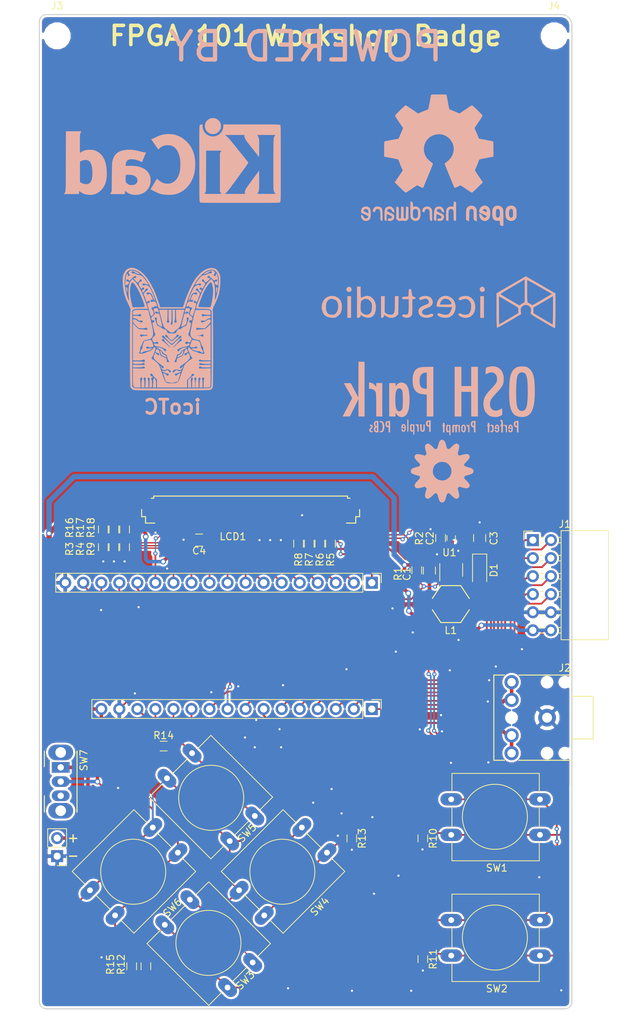
<source format=kicad_pcb>
(kicad_pcb (version 4) (host pcbnew 4.0.7)
  (layers (0 F.Cu signal) (31 B.Cu signal) (34 B.Paste user) (35 F.Paste user) (36 B.SilkS user) (37 F.SilkS user) (38 B.Mask user) (39 F.Mask user) (44 Edge.Cuts user))
  (net 0 "")
  (net 1 "Net-(C2-Pad1)")
  (net 2 /VBL-)
  (net 3 GND)
  (net 4 "Net-(D1-Pad2)")
  (net 5 +3V3)
  (net 6 /IF0)
  (net 7 /~RESET)
  (net 8 /IF1)
  (net 9 /IF2)
  (net 10 /DEN)
  (net 11 /DCLK)
  (net 12 /VSYNC)
  (net 13 /HSYNC)
  (net 14 /DX0)
  (net 15 /DX2)
  (net 16 /DX3)
  (net 17 /DX4)
  (net 18 /DX5)
  (net 19 /DX6)
  (net 20 /DX7)
  (net 21 /VBL+)
  (net 22 "Net-(BATTERY1-Pad2)")
  (net 23 /PMOD0)
  (net 24 /PMOD1)
  (net 25 /PMOD2)
  (net 26 /PMOD3)
  (net 27 /PMOD4)
  (net 28 /PMOD5)
  (net 29 /PMOD6)
  (net 30 /PMOD7)
  (net 31 /AUDIO)
  (net 32 "Net-(LCD1-Pad11)")
  (net 33 "Net-(LCD1-Pad10)")
  (net 34 "Net-(LCD1-Pad9)")
  (net 35 /TPS_CTRL)
  (net 36 /BUTTON_5)
  (net 37 /BUTTON_4)
  (net 38 /BUTTON_3)
  (net 39 /BUTTON_2)
  (net 40 /BUTTON_1)
  (net 41 /BUTTON_0)
  (net 42 /OSC_OUT)
  (net 43 /DX1)
  (module "Custom Parts:OSHPARK" (layer B.Cu) (at 126.75 90.75 180)
    (fp_text reference J7 hide)
    (fp_text value OSHPARK_LOGO hide)
  )
  (module "Custom Parts:MOLEX_51296-5494_54pin_0.5mm_BTM" (layer F.Cu) (at 100.25 103.5 180)
    (fp_text reference LCD1 (at 2.5 -2 360) (layer F.SilkS))
    (fp_text value LQ035NC111)
    (pad M smd rect (at 14.8 2.65 180) (size 1.4 1.5) (layers F.Cu F.Paste F.Mask))
    (pad M smd rect (at -14.8 2.65 180) (size 1.4 1.5) (layers F.Cu F.Paste F.Mask))
    (pad 54 smd rect (at 13.25 -0.5 180) (size 0.3 1) (layers F.Cu F.Paste F.Mask) (net 3 GND))
    (pad 53 smd rect (at 12.75 -0.5 180) (size 0.3 1) (layers F.Cu F.Paste F.Mask) (net 3 GND))
    (pad 52 smd rect (at 12.25 -0.5 180) (size 0.3 1) (layers F.Cu F.Paste F.Mask) (net 10 /DEN))
    (pad 51 smd rect (at 11.75 -0.5 180) (size 0.3 1) (layers F.Cu F.Paste F.Mask))
    (pad 50 smd rect (at 11.25 -0.5 180) (size 0.3 1) (layers F.Cu F.Paste F.Mask) (net 6 /IF0))
    (pad 49 smd rect (at 10.75 -0.5 180) (size 0.3 1) (layers F.Cu F.Paste F.Mask) (net 8 /IF1))
    (pad 48 smd rect (at 10.25 -0.5 180) (size 0.3 1) (layers F.Cu F.Paste F.Mask) (net 9 /IF2))
    (pad 47 smd rect (at 9.75 -0.5 180) (size 0.3 1) (layers F.Cu F.Paste F.Mask))
    (pad 46 smd rect (at 9.25 -0.5 180) (size 0.3 1) (layers F.Cu F.Paste F.Mask))
    (pad 45 smd rect (at 8.75 -0.5 180) (size 0.3 1) (layers F.Cu F.Paste F.Mask))
    (pad 44 smd rect (at 8.25 -0.5 180) (size 0.3 1) (layers F.Cu F.Paste F.Mask))
    (pad 43 smd rect (at 7.75 -0.5 180) (size 0.3 1) (layers F.Cu F.Paste F.Mask))
    (pad 42 smd rect (at 7.25 -0.5 180) (size 0.3 1) (layers F.Cu F.Paste F.Mask) (net 5 +3V3))
    (pad 41 smd rect (at 6.75 -0.5 180) (size 0.3 1) (layers F.Cu F.Paste F.Mask) (net 5 +3V3))
    (pad 40 smd rect (at 6.25 -0.5 180) (size 0.3 1) (layers F.Cu F.Paste F.Mask))
    (pad 39 smd rect (at 5.75 -0.5 180) (size 0.3 1) (layers F.Cu F.Paste F.Mask))
    (pad 38 smd rect (at 5.25 -0.5 180) (size 0.3 1) (layers F.Cu F.Paste F.Mask) (net 11 /DCLK))
    (pad 37 smd rect (at 4.75 -0.5 180) (size 0.3 1) (layers F.Cu F.Paste F.Mask) (net 12 /VSYNC))
    (pad 36 smd rect (at 4.25 -0.5 180) (size 0.3 1) (layers F.Cu F.Paste F.Mask) (net 13 /HSYNC))
    (pad 35 smd rect (at 3.75 -0.5 180) (size 0.3 1) (layers F.Cu F.Paste F.Mask) (net 20 /DX7))
    (pad 34 smd rect (at 3.25 -0.5 180) (size 0.3 1) (layers F.Cu F.Paste F.Mask) (net 19 /DX6))
    (pad 33 smd rect (at 2.75 -0.5 180) (size 0.3 1) (layers F.Cu F.Paste F.Mask) (net 18 /DX5))
    (pad 32 smd rect (at 2.25 -0.5 180) (size 0.3 1) (layers F.Cu F.Paste F.Mask) (net 17 /DX4))
    (pad 31 smd rect (at 1.75 -0.5 180) (size 0.3 1) (layers F.Cu F.Paste F.Mask) (net 16 /DX3))
    (pad 30 smd rect (at 1.25 -0.5 180) (size 0.3 1) (layers F.Cu F.Paste F.Mask) (net 15 /DX2))
    (pad 29 smd rect (at 0.75 -0.5 180) (size 0.3 1) (layers F.Cu F.Paste F.Mask) (net 43 /DX1))
    (pad 28 smd rect (at 0.25 -0.5 180) (size 0.3 1) (layers F.Cu F.Paste F.Mask) (net 14 /DX0))
    (pad 27 smd rect (at -0.25 -0.5 180) (size 0.3 1) (layers F.Cu F.Paste F.Mask) (net 3 GND))
    (pad 26 smd rect (at -0.75 -0.5 180) (size 0.3 1) (layers F.Cu F.Paste F.Mask) (net 3 GND))
    (pad 25 smd rect (at -1.25 -0.5 180) (size 0.3 1) (layers F.Cu F.Paste F.Mask) (net 3 GND))
    (pad 24 smd rect (at -1.75 -0.5 180) (size 0.3 1) (layers F.Cu F.Paste F.Mask) (net 3 GND))
    (pad 23 smd rect (at -2.25 -0.5 180) (size 0.3 1) (layers F.Cu F.Paste F.Mask) (net 3 GND))
    (pad 22 smd rect (at -2.75 -0.5 180) (size 0.3 1) (layers F.Cu F.Paste F.Mask) (net 3 GND))
    (pad 21 smd rect (at -3.25 -0.5 180) (size 0.3 1) (layers F.Cu F.Paste F.Mask) (net 3 GND))
    (pad 20 smd rect (at -3.75 -0.5 180) (size 0.3 1) (layers F.Cu F.Paste F.Mask) (net 3 GND))
    (pad 19 smd rect (at -4.25 -0.5 180) (size 0.3 1) (layers F.Cu F.Paste F.Mask) (net 3 GND))
    (pad 18 smd rect (at -4.75 -0.5 180) (size 0.3 1) (layers F.Cu F.Paste F.Mask) (net 3 GND))
    (pad 17 smd rect (at -5.25 -0.5 180) (size 0.3 1) (layers F.Cu F.Paste F.Mask) (net 3 GND))
    (pad 16 smd rect (at -5.75 -0.5 180) (size 0.3 1) (layers F.Cu F.Paste F.Mask) (net 3 GND))
    (pad 15 smd rect (at -6.25 -0.5 180) (size 0.3 1) (layers F.Cu F.Paste F.Mask) (net 3 GND))
    (pad 14 smd rect (at -6.75 -0.5 180) (size 0.3 1) (layers F.Cu F.Paste F.Mask) (net 3 GND))
    (pad 13 smd rect (at -7.25 -0.5 180) (size 0.3 1) (layers F.Cu F.Paste F.Mask) (net 3 GND))
    (pad 12 smd rect (at -7.75 -0.5 180) (size 0.3 1) (layers F.Cu F.Paste F.Mask) (net 3 GND))
    (pad 11 smd rect (at -8.25 -0.5 180) (size 0.3 1) (layers F.Cu F.Paste F.Mask) (net 32 "Net-(LCD1-Pad11)"))
    (pad 10 smd rect (at -8.75 -0.5 180) (size 0.3 1) (layers F.Cu F.Paste F.Mask) (net 33 "Net-(LCD1-Pad10)"))
    (pad 9 smd rect (at -9.25 -0.5 180) (size 0.3 1) (layers F.Cu F.Paste F.Mask) (net 34 "Net-(LCD1-Pad9)"))
    (pad 8 smd rect (at -9.75 -0.5 180) (size 0.3 1) (layers F.Cu F.Paste F.Mask) (net 7 /~RESET))
    (pad 7 smd rect (at -10.25 -0.5 180) (size 0.3 1) (layers F.Cu F.Paste F.Mask))
    (pad 6 smd rect (at -10.75 -0.5 180) (size 0.3 1) (layers F.Cu F.Paste F.Mask))
    (pad 5 smd rect (at -11.25 -0.5 180) (size 0.3 1) (layers F.Cu F.Paste F.Mask))
    (pad 4 smd rect (at -11.75 -0.5 180) (size 0.3 1) (layers F.Cu F.Paste F.Mask) (net 21 /VBL+))
    (pad 3 smd rect (at -12.25 -0.5 180) (size 0.3 1) (layers F.Cu F.Paste F.Mask) (net 21 /VBL+))
    (pad 2 smd rect (at -12.75 -0.5 180) (size 0.3 1) (layers F.Cu F.Paste F.Mask) (net 2 /VBL-))
    (pad 1 smd rect (at -13.25 -0.5 180) (size 0.3 1) (layers F.Cu F.Paste F.Mask) (net 2 /VBL-))
  )
  (module Pin_Headers:Pin_Header_Straight_1x02_Pitch2.54mm (layer F.Cu) (at 73 150.5 180)
    (fp_text reference BATTERY1 hide)
    (fp_text value Conn_01x02)
    (pad 1 thru_hole rect (at 0 0 180) (size 1.7 1.7) (drill 1) (layers *.Cu *.Mask) (net 3 GND))
    (pad 2 thru_hole oval (at 0 2.54 180) (size 1.7 1.7) (drill 1) (layers *.Cu *.Mask) (net 22 "Net-(BATTERY1-Pad2)"))
  )
  (module Capacitors_SMD:C_0805 (layer F.Cu) (at 125.43 110.3 90)
    (fp_text reference C1 (at -0.45 -3.18 90) (layer F.SilkS))
    (fp_text value 10µ)
    (pad 1 smd rect (at -1 0 90) (size 1 1.25) (layers F.Cu F.Paste F.Mask) (net 5 +3V3))
    (pad 2 smd rect (at 1 0 90) (size 1 1.25) (layers F.Cu F.Paste F.Mask) (net 3 GND))
  )
  (module Capacitors_SMD:C_0603 (layer F.Cu) (at 128.5 105.71 90)
    (fp_text reference C2 (at -0.04 -3 90) (layer F.SilkS))
    (fp_text value 220n)
    (pad 2 smd rect (at 0.75 0 90) (size 0.8 0.75) (layers F.Cu F.Paste F.Mask) (net 3 GND))
    (pad 1 smd rect (at -0.75 0 90) (size 0.8 0.75) (layers F.Cu F.Paste F.Mask) (net 1 "Net-(C2-Pad1)"))
  )
  (module Capacitors_SMD:C_0805 (layer F.Cu) (at 132.5 105.71 90)
    (fp_text reference C3 (at -0.04 2 90) (layer F.SilkS))
    (fp_text value 1µ/50V)
    (pad 1 smd rect (at -1 0 90) (size 1 1.25) (layers F.Cu F.Paste F.Mask) (net 21 /VBL+))
    (pad 2 smd rect (at 1 0 90) (size 1 1.25) (layers F.Cu F.Paste F.Mask) (net 3 GND))
  )
  (module Capacitors_SMD:C_0805 (layer F.Cu) (at 93 106 180)
    (fp_text reference C4 (at 0 -1.5 180) (layer F.SilkS))
    (fp_text value 10µ)
    (pad 1 smd rect (at -1 0 180) (size 1 1.25) (layers F.Cu F.Paste F.Mask) (net 5 +3V3))
    (pad 2 smd rect (at 1 0 180) (size 1 1.25) (layers F.Cu F.Paste F.Mask) (net 3 GND))
  )
  (module Diodes_SMD:D_SOD-123 (layer F.Cu) (at 132.5 110.21 270)
    (fp_text reference D1 (at 0.04 -2 270) (layer F.SilkS))
    (fp_text value MBR0540)
    (pad 1 smd rect (at -1.65 0 270) (size 0.9 1.2) (layers F.Cu F.Paste F.Mask) (net 21 /VBL+))
    (pad 2 smd rect (at 1.65 0 270) (size 0.9 1.2) (layers F.Cu F.Paste F.Mask) (net 4 "Net-(D1-Pad2)"))
  )
  (module "Custom Parts:Pin_Header_Angled_2x06_Pitch2.54mm_PMOD" (layer F.Cu) (at 140 106)
    (fp_text reference J1 (at 4.5 -2.25) (layer F.SilkS))
    (fp_text value PMOD)
    (pad 1 thru_hole rect (at 0 0) (size 1.7 1.7) (drill 1) (layers *.Cu *.Mask) (net 23 /PMOD0))
    (pad 7 thru_hole oval (at 2.54 0) (size 1.7 1.7) (drill 1) (layers *.Cu *.Mask) (net 24 /PMOD1))
    (pad 2 thru_hole oval (at 0 2.54) (size 1.7 1.7) (drill 1) (layers *.Cu *.Mask) (net 25 /PMOD2))
    (pad 8 thru_hole oval (at 2.54 2.54) (size 1.7 1.7) (drill 1) (layers *.Cu *.Mask) (net 26 /PMOD3))
    (pad 3 thru_hole oval (at 0 5.08) (size 1.7 1.7) (drill 1) (layers *.Cu *.Mask) (net 27 /PMOD4))
    (pad 9 thru_hole oval (at 2.54 5.08) (size 1.7 1.7) (drill 1) (layers *.Cu *.Mask) (net 28 /PMOD5))
    (pad 4 thru_hole oval (at 0 7.62) (size 1.7 1.7) (drill 1) (layers *.Cu *.Mask) (net 29 /PMOD6))
    (pad 10 thru_hole oval (at 2.54 7.62) (size 1.7 1.7) (drill 1) (layers *.Cu *.Mask) (net 30 /PMOD7))
    (pad 5 thru_hole oval (at 0 10.16) (size 1.7 1.7) (drill 1) (layers *.Cu *.Mask) (net 3 GND))
    (pad 11 thru_hole oval (at 2.54 10.16) (size 1.7 1.7) (drill 1) (layers *.Cu *.Mask) (net 3 GND))
    (pad 6 thru_hole oval (at 0 12.7) (size 1.7 1.7) (drill 1) (layers *.Cu *.Mask) (net 5 +3V3))
    (pad 12 thru_hole oval (at 2.54 12.7) (size 1.7 1.7) (drill 1) (layers *.Cu *.Mask) (net 5 +3V3))
  )
  (module "Custom Parts:AUDIO_JACK_3.5mm" (layer F.Cu) (at 142 131 180)
    (fp_text reference J2 (at -2.5 7 180) (layer F.SilkS))
    (fp_text value Audio-Jack-3)
    (pad 3 thru_hole circle (at 0 0 180) (size 2.5 2.5) (drill 1.4) (layers *.Cu *.Mask) (net 3 GND))
    (pad 2 thru_hole circle (at 5 -2.5 180) (size 2 2) (drill 1.25) (layers *.Cu *.Mask) (net 31 /AUDIO))
    (pad 2 thru_hole circle (at 5 -5 180) (size 2 2) (drill 1.2) (layers *.Cu *.Mask) (net 31 /AUDIO))
    (pad 1 thru_hole circle (at 5 2.5 180) (size 2 2) (drill 1.2) (layers *.Cu *.Mask) (net 31 /AUDIO))
    (pad 1 thru_hole circle (at 5 5 180) (size 2 2) (drill 1.2) (layers *.Cu *.Mask) (net 31 /AUDIO))
    (pad "" np_thru_hole circle (at 0 -5 180) (size 1.2 1.2) (drill 1.2) (layers *.Cu *.Mask))
    (pad "" np_thru_hole circle (at -2.5 -5 180) (size 1.2 1.2) (drill 1.2) (layers *.Cu *.Mask))
    (pad "" np_thru_hole circle (at 0 5 180) (size 1.2 1.2) (drill 1.2) (layers *.Cu *.Mask))
    (pad "" np_thru_hole circle (at -2.5 5 180) (size 1.2 1.2) (drill 1.2) (layers *.Cu *.Mask))
    (pad "" np_thru_hole circle (at 5 0 180) (size 1.2 1.2) (drill 1.2) (layers *.Cu *.Mask))
  )
  (module "Custom Parts:muRata_L_2020" (layer F.Cu) (at 128.44 115.01)
    (fp_text reference L1 (at 0 3.7) (layer F.SilkS))
    (fp_text value 10µH/A915AY-100M)
    (pad 2 smd rect (at 2.6 0) (size 1 1.4) (layers F.Cu F.Paste F.Mask) (net 4 "Net-(D1-Pad2)"))
    (pad 1 smd rect (at -2.6 0) (size 1 1.4) (layers F.Cu F.Paste F.Mask) (net 5 +3V3))
  )
  (module Resistors_SMD:R_0603 (layer F.Cu) (at 123.65 110.24 90)
    (fp_text reference R1 (at -0.51 -2.65 90) (layer F.SilkS))
    (fp_text value 10k)
    (pad 1 smd rect (at -0.75 0 90) (size 0.5 0.9) (layers F.Cu F.Paste F.Mask) (net 35 /TPS_CTRL))
    (pad 2 smd rect (at 0.75 0 90) (size 0.5 0.9) (layers F.Cu F.Paste F.Mask) (net 5 +3V3))
  )
  (module Resistors_SMD:R_0603 (layer F.Cu) (at 127 105.71 90)
    (fp_text reference R2 (at -0.04 -3 90) (layer F.SilkS))
    (fp_text value 10)
    (pad 1 smd rect (at -0.75 0 90) (size 0.5 0.9) (layers F.Cu F.Paste F.Mask) (net 2 /VBL-))
    (pad 2 smd rect (at 0.75 0 90) (size 0.5 0.9) (layers F.Cu F.Paste F.Mask) (net 3 GND))
  )
  (module Resistors_SMD:R_0603 (layer F.Cu) (at 79.5 107 270)
    (fp_text reference R3 (at 0.25 4.75 270) (layer F.SilkS))
    (fp_text value 10k)
    (pad 1 smd rect (at -0.75 0 270) (size 0.5 0.9) (layers F.Cu F.Paste F.Mask) (net 9 /IF2))
    (pad 2 smd rect (at 0.75 0 270) (size 0.5 0.9) (layers F.Cu F.Paste F.Mask) (net 3 GND))
  )
  (module Resistors_SMD:R_0603 (layer F.Cu) (at 81 107 270)
    (fp_text reference R4 (at 0.25 4.75 270) (layer F.SilkS))
    (fp_text value 10k)
    (pad 1 smd rect (at -0.75 0 270) (size 0.5 0.9) (layers F.Cu F.Paste F.Mask) (net 8 /IF1))
    (pad 2 smd rect (at 0.75 0 270) (size 0.5 0.9) (layers F.Cu F.Paste F.Mask) (net 3 GND))
  )
  (module Resistors_SMD:R_0603 (layer F.Cu) (at 111.5 106.5 270)
    (fp_text reference R5 (at 2.25 0 270) (layer F.SilkS))
    (fp_text value 10k)
    (pad 1 smd rect (at -0.75 0 270) (size 0.5 0.9) (layers F.Cu F.Paste F.Mask) (net 7 /~RESET))
    (pad 2 smd rect (at 0.75 0 270) (size 0.5 0.9) (layers F.Cu F.Paste F.Mask) (net 5 +3V3))
  )
  (module Resistors_SMD:R_0603 (layer F.Cu) (at 110 106.5 270)
    (fp_text reference R6 (at 2.25 0 270) (layer F.SilkS))
    (fp_text value 10k)
    (pad 1 smd rect (at -0.75 0 270) (size 0.5 0.9) (layers F.Cu F.Paste F.Mask) (net 34 "Net-(LCD1-Pad9)"))
    (pad 2 smd rect (at 0.75 0 270) (size 0.5 0.9) (layers F.Cu F.Paste F.Mask) (net 5 +3V3))
  )
  (module Resistors_SMD:R_0603 (layer F.Cu) (at 108.5 106.5 270)
    (fp_text reference R7 (at 2.25 0 270) (layer F.SilkS))
    (fp_text value 10k)
    (pad 1 smd rect (at -0.75 0 270) (size 0.5 0.9) (layers F.Cu F.Paste F.Mask) (net 33 "Net-(LCD1-Pad10)"))
    (pad 2 smd rect (at 0.75 0 270) (size 0.5 0.9) (layers F.Cu F.Paste F.Mask) (net 5 +3V3))
  )
  (module Resistors_SMD:R_0603 (layer F.Cu) (at 107 106.5 270)
    (fp_text reference R8 (at 2.25 0 270) (layer F.SilkS))
    (fp_text value 10k)
    (pad 1 smd rect (at -0.75 0 270) (size 0.5 0.9) (layers F.Cu F.Paste F.Mask) (net 32 "Net-(LCD1-Pad11)"))
    (pad 2 smd rect (at 0.75 0 270) (size 0.5 0.9) (layers F.Cu F.Paste F.Mask) (net 5 +3V3))
  )
  (module Resistors_SMD:R_0603 (layer F.Cu) (at 82.5 107 270)
    (fp_text reference R9 (at 0.25 4.75 270) (layer F.SilkS))
    (fp_text value DNP)
    (pad 1 smd rect (at -0.75 0 270) (size 0.5 0.9) (layers F.Cu F.Paste F.Mask) (net 6 /IF0))
    (pad 2 smd rect (at 0.75 0 270) (size 0.5 0.9) (layers F.Cu F.Paste F.Mask) (net 3 GND))
  )
  (module Resistors_SMD:R_0603 (layer F.Cu) (at 124.5 148 270)
    (fp_text reference R10 (at 0 -1.45 270) (layer F.SilkS))
    (fp_text value 10K)
    (pad 1 smd rect (at -0.75 0 270) (size 0.5 0.9) (layers F.Cu F.Paste F.Mask) (net 36 /BUTTON_5))
    (pad 2 smd rect (at 0.75 0 270) (size 0.5 0.9) (layers F.Cu F.Paste F.Mask) (net 3 GND))
  )
  (module Resistors_SMD:R_0603 (layer F.Cu) (at 124.5 165 270)
    (fp_text reference R11 (at 0 -1.45 270) (layer F.SilkS))
    (fp_text value 10K)
    (pad 1 smd rect (at -0.75 0 270) (size 0.5 0.9) (layers F.Cu F.Paste F.Mask) (net 37 /BUTTON_4))
    (pad 2 smd rect (at 0.75 0 270) (size 0.5 0.9) (layers F.Cu F.Paste F.Mask) (net 3 GND))
  )
  (module Resistors_SMD:R_0603 (layer F.Cu) (at 85.5 166 270)
    (fp_text reference R12 (at -0.25 3.5 270) (layer F.SilkS))
    (fp_text value 10K)
    (pad 1 smd rect (at -0.75 0 270) (size 0.5 0.9) (layers F.Cu F.Paste F.Mask) (net 38 /BUTTON_3))
    (pad 2 smd rect (at 0.75 0 270) (size 0.5 0.9) (layers F.Cu F.Paste F.Mask) (net 3 GND))
  )
  (module Resistors_SMD:R_0603 (layer F.Cu) (at 114.5 148 270)
    (fp_text reference R13 (at 0 -1.45 270) (layer F.SilkS))
    (fp_text value 10K)
    (pad 1 smd rect (at -0.75 0 270) (size 0.5 0.9) (layers F.Cu F.Paste F.Mask) (net 39 /BUTTON_2))
    (pad 2 smd rect (at 0.75 0 270) (size 0.5 0.9) (layers F.Cu F.Paste F.Mask) (net 3 GND))
  )
  (module Resistors_SMD:R_0603 (layer F.Cu) (at 88 135 180)
    (fp_text reference R14 (at 0 1.5 180) (layer F.SilkS))
    (fp_text value 10K)
    (pad 1 smd rect (at -0.75 0 180) (size 0.5 0.9) (layers F.Cu F.Paste F.Mask) (net 40 /BUTTON_1))
    (pad 2 smd rect (at 0.75 0 180) (size 0.5 0.9) (layers F.Cu F.Paste F.Mask) (net 3 GND))
  )
  (module Resistors_SMD:R_0603 (layer F.Cu) (at 83.5 166 270)
    (fp_text reference R15 (at -0.25 3 270) (layer F.SilkS))
    (fp_text value 10K)
    (pad 1 smd rect (at -0.75 0 270) (size 0.5 0.9) (layers F.Cu F.Paste F.Mask) (net 41 /BUTTON_0))
    (pad 2 smd rect (at 0.75 0 270) (size 0.5 0.9) (layers F.Cu F.Paste F.Mask) (net 3 GND))
  )
  (module Buttons_Switches_THT:SW_PUSH-12mm (layer F.Cu) (at 141 147.5 180)
    (fp_text reference SW1 (at 6.08 -4.66 180) (layer F.SilkS))
    (fp_text value SW_Push)
    (pad 1 thru_hole oval (at 12.5 0 180) (size 3.048 1.7272) (drill 0.8128) (layers *.Cu *.Mask) (net 36 /BUTTON_5))
    (pad 2 thru_hole oval (at 12.5 5 180) (size 3.048 1.7272) (drill 0.8128) (layers *.Cu *.Mask) (net 5 +3V3))
    (pad 1 thru_hole oval (at 0 0 180) (size 3.048 1.7272) (drill 0.8128) (layers *.Cu *.Mask) (net 36 /BUTTON_5))
    (pad 2 thru_hole oval (at 0 5 180) (size 3.048 1.7272) (drill 0.8128) (layers *.Cu *.Mask) (net 5 +3V3))
  )
  (module Buttons_Switches_THT:SW_PUSH-12mm (layer F.Cu) (at 141 164.5 180)
    (fp_text reference SW2 (at 6.08 -4.66 180) (layer F.SilkS))
    (fp_text value SW_Push)
    (pad 1 thru_hole oval (at 12.5 0 180) (size 3.048 1.7272) (drill 0.8128) (layers *.Cu *.Mask) (net 37 /BUTTON_4))
    (pad 2 thru_hole oval (at 12.5 5 180) (size 3.048 1.7272) (drill 0.8128) (layers *.Cu *.Mask) (net 5 +3V3))
    (pad 1 thru_hole oval (at 0 0 180) (size 3.048 1.7272) (drill 0.8128) (layers *.Cu *.Mask) (net 37 /BUTTON_4))
    (pad 2 thru_hole oval (at 0 5 180) (size 3.048 1.7272) (drill 0.8128) (layers *.Cu *.Mask) (net 5 +3V3))
  )
  (module Buttons_Switches_THT:SW_PUSH-12mm (layer F.Cu) (at 97 169 135)
    (fp_text reference SW3 (at -1.06066 2.474874 225) (layer F.SilkS))
    (fp_text value SW_Push)
    (pad 1 thru_hole oval (at 12.5 0 135) (size 3.048 1.7272) (drill 0.8128) (layers *.Cu *.Mask) (net 38 /BUTTON_3))
    (pad 2 thru_hole oval (at 12.5 5 135) (size 3.048 1.7272) (drill 0.8128) (layers *.Cu *.Mask) (net 5 +3V3))
    (pad 1 thru_hole oval (at 0 0 135) (size 3.048 1.7272) (drill 0.8128) (layers *.Cu *.Mask) (net 38 /BUTTON_3))
    (pad 2 thru_hole oval (at 0 5 135) (size 3.048 1.7272) (drill 0.8128) (layers *.Cu *.Mask) (net 5 +3V3))
  )
  (module Buttons_Switches_THT:SW_PUSH-12mm (layer F.Cu) (at 111 150 225)
    (fp_text reference SW4 (at 6.08 -4.66 225) (layer F.SilkS))
    (fp_text value SW_Push)
    (pad 1 thru_hole oval (at 12.5 0 225) (size 3.048 1.7272) (drill 0.8128) (layers *.Cu *.Mask) (net 39 /BUTTON_2))
    (pad 2 thru_hole oval (at 12.5 5 225) (size 3.048 1.7272) (drill 0.8128) (layers *.Cu *.Mask) (net 5 +3V3))
    (pad 1 thru_hole oval (at 0 0 225) (size 3.048 1.7272) (drill 0.8128) (layers *.Cu *.Mask) (net 39 /BUTTON_2))
    (pad 2 thru_hole oval (at 0 5 225) (size 3.048 1.7272) (drill 0.8128) (layers *.Cu *.Mask) (net 5 +3V3))
  )
  (module Buttons_Switches_THT:SW_PUSH-12mm (layer F.Cu) (at 92 136 315)
    (fp_text reference SW5 (at 13.435029 2.474874 405) (layer F.SilkS))
    (fp_text value SW_Push)
    (pad 1 thru_hole oval (at 12.5 0 315) (size 3.048 1.7272) (drill 0.8128) (layers *.Cu *.Mask) (net 40 /BUTTON_1))
    (pad 2 thru_hole oval (at 12.5 5 315) (size 3.048 1.7272) (drill 0.8128) (layers *.Cu *.Mask) (net 5 +3V3))
    (pad 1 thru_hole oval (at 0 0 315) (size 3.048 1.7272) (drill 0.8128) (layers *.Cu *.Mask) (net 40 /BUTTON_1))
    (pad 2 thru_hole oval (at 0 5 315) (size 3.048 1.7272) (drill 0.8128) (layers *.Cu *.Mask) (net 5 +3V3))
  )
  (module Buttons_Switches_THT:SW_PUSH-12mm (layer F.Cu) (at 90 150 225)
    (fp_text reference SW6 (at 6.010408 -4.949747 225) (layer F.SilkS))
    (fp_text value SW_Push)
    (pad 1 thru_hole oval (at 12.5 0 225) (size 3.048 1.7272) (drill 0.8128) (layers *.Cu *.Mask) (net 41 /BUTTON_0))
    (pad 2 thru_hole oval (at 12.5 5 225) (size 3.048 1.7272) (drill 0.8128) (layers *.Cu *.Mask) (net 5 +3V3))
    (pad 1 thru_hole oval (at 0 0 225) (size 3.048 1.7272) (drill 0.8128) (layers *.Cu *.Mask) (net 41 /BUTTON_0))
    (pad 2 thru_hole oval (at 0 5 225) (size 3.048 1.7272) (drill 0.8128) (layers *.Cu *.Mask) (net 5 +3V3))
  )
  (module Buttons_Switches_THT:SW_CuK_OS102011MA1QN1_SPDT_Angled (layer F.Cu) (at 73.5 138 270)
    (fp_text reference SW7 (at -1 -3.25 270) (layer F.SilkS))
    (fp_text value SW_SPDT)
    (pad 1 thru_hole rect (at 0 0 270) (size 1.5 2.5) (drill 0.9) (layers *.Cu *.Mask) (net 22 "Net-(BATTERY1-Pad2)"))
    (pad 2 thru_hole oval (at 2 0 270) (size 1.5 2.5) (drill 0.9) (layers *.Cu *.Mask) (net 5 +3V3))
    (pad 3 thru_hole oval (at 4 0 270) (size 1.5 2.5) (drill 0.9) (layers *.Cu *.Mask))
    (pad "" thru_hole oval (at -2.1 0 270) (size 2.2 3.5) (drill 1.5) (layers *.Cu *.Mask))
    (pad "" thru_hole oval (at 6.1 0 270) (size 2.2 3.5) (drill 1.5) (layers *.Cu *.Mask))
  )
  (module TO_SOT_Packages_SMD:SOT-23-6 (layer F.Cu) (at 128.5 110.21 90)
    (fp_text reference U1 (at 2.46 -0.25 180) (layer F.SilkS))
    (fp_text value TPS61165)
    (pad 1 smd rect (at -1.1 -0.95 90) (size 1.06 0.65) (layers F.Cu F.Paste F.Mask) (net 5 +3V3))
    (pad 2 smd rect (at -1.1 0 90) (size 1.06 0.65) (layers F.Cu F.Paste F.Mask) (net 35 /TPS_CTRL))
    (pad 3 smd rect (at -1.1 0.95 90) (size 1.06 0.65) (layers F.Cu F.Paste F.Mask) (net 4 "Net-(D1-Pad2)"))
    (pad 4 smd rect (at 1.1 0.95 90) (size 1.06 0.65) (layers F.Cu F.Paste F.Mask) (net 3 GND))
    (pad 6 smd rect (at 1.1 -0.95 90) (size 1.06 0.65) (layers F.Cu F.Paste F.Mask) (net 2 /VBL-))
    (pad 5 smd rect (at 1.1 0 90) (size 1.06 0.65) (layers F.Cu F.Paste F.Mask) (net 1 "Net-(C2-Pad1)"))
  )
  (module Pin_Headers:Pin_Header_Straight_1x16_Pitch2.54mm (layer F.Cu) (at 117.32 129.78 270)
    (fp_text reference UPDUINO2_DOWN1 hide)
    (fp_text value Conn_01x16)
    (pad 1 thru_hole rect (at 0 0 270) (size 1.7 1.7) (drill 1) (layers *.Cu *.Mask) (net 30 /PMOD7))
    (pad 2 thru_hole oval (at 0 2.54 270) (size 1.7 1.7) (drill 1) (layers *.Cu *.Mask) (net 29 /PMOD6))
    (pad 3 thru_hole oval (at 0 5.08 270) (size 1.7 1.7) (drill 1) (layers *.Cu *.Mask) (net 28 /PMOD5))
    (pad 4 thru_hole oval (at 0 7.62 270) (size 1.7 1.7) (drill 1) (layers *.Cu *.Mask) (net 27 /PMOD4))
    (pad 5 thru_hole oval (at 0 10.16 270) (size 1.7 1.7) (drill 1) (layers *.Cu *.Mask) (net 26 /PMOD3))
    (pad 6 thru_hole oval (at 0 12.7 270) (size 1.7 1.7) (drill 1) (layers *.Cu *.Mask) (net 25 /PMOD2))
    (pad 7 thru_hole oval (at 0 15.24 270) (size 1.7 1.7) (drill 1) (layers *.Cu *.Mask) (net 31 /AUDIO))
    (pad 8 thru_hole oval (at 0 17.78 270) (size 1.7 1.7) (drill 1) (layers *.Cu *.Mask) (net 24 /PMOD1))
    (pad 9 thru_hole oval (at 0 20.32 270) (size 1.7 1.7) (drill 1) (layers *.Cu *.Mask) (net 42 /OSC_OUT))
    (pad 10 thru_hole oval (at 0 22.86 270) (size 1.7 1.7) (drill 1) (layers *.Cu *.Mask) (net 23 /PMOD0))
    (pad 11 thru_hole oval (at 0 25.4 270) (size 1.7 1.7) (drill 1) (layers *.Cu *.Mask) (net 38 /BUTTON_3))
    (pad 12 thru_hole oval (at 0 27.94 270) (size 1.7 1.7) (drill 1) (layers *.Cu *.Mask) (net 39 /BUTTON_2))
    (pad 13 thru_hole oval (at 0 30.48 270) (size 1.7 1.7) (drill 1) (layers *.Cu *.Mask) (net 40 /BUTTON_1))
    (pad 14 thru_hole oval (at 0 33.02 270) (size 1.7 1.7) (drill 1) (layers *.Cu *.Mask) (net 41 /BUTTON_0))
    (pad 15 thru_hole oval (at 0 35.56 270) (size 1.7 1.7) (drill 1) (layers *.Cu *.Mask) (net 3 GND))
    (pad 16 thru_hole oval (at 0 38.1 270) (size 1.7 1.7) (drill 1) (layers *.Cu *.Mask) (net 5 +3V3))
  )
  (module Pin_Headers:Pin_Header_Straight_1x18_Pitch2.54mm (layer F.Cu) (at 117.32 112 270)
    (fp_text reference UPDUINO2_UP1 hide)
    (fp_text value Conn_01x18)
    (pad 1 thru_hole rect (at 0 0 270) (size 1.7 1.7) (drill 1) (layers *.Cu *.Mask) (net 7 /~RESET))
    (pad 2 thru_hole oval (at 0 2.54 270) (size 1.7 1.7) (drill 1) (layers *.Cu *.Mask) (net 14 /DX0))
    (pad 3 thru_hole oval (at 0 5.08 270) (size 1.7 1.7) (drill 1) (layers *.Cu *.Mask) (net 43 /DX1))
    (pad 4 thru_hole oval (at 0 7.62 270) (size 1.7 1.7) (drill 1) (layers *.Cu *.Mask) (net 15 /DX2))
    (pad 5 thru_hole oval (at 0 10.16 270) (size 1.7 1.7) (drill 1) (layers *.Cu *.Mask) (net 16 /DX3))
    (pad 6 thru_hole oval (at 0 12.7 270) (size 1.7 1.7) (drill 1) (layers *.Cu *.Mask) (net 17 /DX4))
    (pad 7 thru_hole oval (at 0 15.24 270) (size 1.7 1.7) (drill 1) (layers *.Cu *.Mask) (net 18 /DX5))
    (pad 8 thru_hole oval (at 0 17.78 270) (size 1.7 1.7) (drill 1) (layers *.Cu *.Mask) (net 19 /DX6))
    (pad 9 thru_hole oval (at 0 20.32 270) (size 1.7 1.7) (drill 1) (layers *.Cu *.Mask) (net 20 /DX7))
    (pad 10 thru_hole oval (at 0 22.86 270) (size 1.7 1.7) (drill 1) (layers *.Cu *.Mask) (net 13 /HSYNC))
    (pad 11 thru_hole oval (at 0 25.4 270) (size 1.7 1.7) (drill 1) (layers *.Cu *.Mask) (net 12 /VSYNC))
    (pad 12 thru_hole oval (at 0 27.94 270) (size 1.7 1.7) (drill 1) (layers *.Cu *.Mask) (net 11 /DCLK))
    (pad 13 thru_hole oval (at 0 30.48 270) (size 1.7 1.7) (drill 1) (layers *.Cu *.Mask) (net 10 /DEN))
    (pad 14 thru_hole oval (at 0 33.02 270) (size 1.7 1.7) (drill 1) (layers *.Cu *.Mask) (net 35 /TPS_CTRL))
    (pad 15 thru_hole oval (at 0 35.56 270) (size 1.7 1.7) (drill 1) (layers *.Cu *.Mask) (net 37 /BUTTON_4))
    (pad 16 thru_hole oval (at 0 38.1 270) (size 1.7 1.7) (drill 1) (layers *.Cu *.Mask) (net 36 /BUTTON_5))
    (pad 17 thru_hole oval (at 0 40.64 270) (size 1.7 1.7) (drill 1) (layers *.Cu *.Mask) (net 42 /OSC_OUT))
    (pad 18 thru_hole oval (at 0 43.18 270) (size 1.7 1.7) (drill 1) (layers *.Cu *.Mask) (net 3 GND))
  )
  (module Resistors_SMD:R_0603 (layer F.Cu) (at 79.5 104.5 90)
    (fp_text reference R16 (at 0.25 -4.75 90) (layer F.SilkS))
    (fp_text value DNP)
    (pad 1 smd rect (at -0.75 0 90) (size 0.5 0.9) (layers F.Cu F.Paste F.Mask) (net 9 /IF2))
    (pad 2 smd rect (at 0.75 0 90) (size 0.5 0.9) (layers F.Cu F.Paste F.Mask) (net 5 +3V3))
  )
  (module Resistors_SMD:R_0603 (layer F.Cu) (at 81 104.5 90)
    (fp_text reference R17 (at 0.25 -4.75 90) (layer F.SilkS))
    (fp_text value DNP)
    (pad 1 smd rect (at -0.75 0 90) (size 0.5 0.9) (layers F.Cu F.Paste F.Mask) (net 8 /IF1))
    (pad 2 smd rect (at 0.75 0 90) (size 0.5 0.9) (layers F.Cu F.Paste F.Mask) (net 5 +3V3))
  )
  (module Resistors_SMD:R_0603 (layer F.Cu) (at 82.5 104.5 90)
    (fp_text reference R18 (at 0.25 -4.75 90) (layer F.SilkS))
    (fp_text value 10k)
    (pad 1 smd rect (at -0.75 0 90) (size 0.5 0.9) (layers F.Cu F.Paste F.Mask) (net 6 /IF0))
    (pad 2 smd rect (at 0.75 0 90) (size 0.5 0.9) (layers F.Cu F.Paste F.Mask) (net 5 +3V3))
  )
  (module Mounting_Holes:MountingHole_3.2mm_M3 (layer F.Cu) (at 73 35)
    (fp_text reference J3 (at 0 -4.2) (layer F.SilkS))
    (fp_text value HOLE)
    (pad 1 np_thru_hole circle (at 0 0) (size 3.2 3.2) (drill 3.2) (layers *.Cu *.Mask))
  )
  (module Mounting_Holes:MountingHole_3.2mm_M3 (layer F.Cu) (at 143 35)
    (fp_text reference J4 (at 0 -4.2) (layer F.SilkS))
    (fp_text value HOLE)
    (pad 1 np_thru_hole circle (at 0 0) (size 3.2 3.2) (drill 3.2) (layers *.Cu *.Mask))
  )
  (module Symbols:KiCad-Logo_12mm_SilkScreen (layer B.Cu) (at 89.25 52.5 180)
    (fp_text reference J8 hide)
    (fp_text value KICAD_LOGO hide)
  )
  (module Symbols:OSHW-Logo2_24.3x20mm_SilkScreen (layer B.Cu) (at 126.75 52.5 180)
    (fp_text reference J5 hide)
    (fp_text value OSHW_LOGO hide)
  )
  (module "Custom Parts:ICOTC" (layer B.Cu) (at 89.25 76.25 180)
    (fp_text reference J6 hide)
    (fp_text value ICOTC_LOGO hide)
  )
  (module "Custom Parts:ICESTUDIO" (layer B.Cu) (at 126.75 72.5 180)
    (fp_text reference J11 hide)
    (fp_text value ICESTUDIO_LOGO hide)
  )
  (gr_text icoTC (at 89.25 87.25) (layer B.SilkS) (effects (font (size 2 2) (thickness 0.4)) (justify mirror)))
  (gr_text "POWERED BY" (at 108 36.5) (layer B.SilkS) (effects (font (size 4 4) (thickness 0.6)) (justify mirror)))
  (gr_line (start 75.25 148.5) (end 75.25 147.5) (angle 90) (layer F.SilkS) (width 0.2))
  (gr_line (start 74.75 148) (end 75.75 148) (angle 90) (layer F.SilkS) (width 0.2))
  (gr_line (start 74.75 150.5) (end 75.75 150.5) (angle 90) (layer F.SilkS) (width 0.2))
  (gr_text "FPGA 101 Workshop Badge" (at 108 35) (layer F.SilkS) (effects (font (size 2.7 2.7) (thickness 0.5))))
  (gr_line (start 145.5 34) (end 145.5 33.5) (angle 90) (layer Edge.Cuts) (width 0.15))
  (gr_line (start 70.5 33.5) (end 70.5 33) (angle 90) (layer Edge.Cuts) (width 0.15))
  (gr_arc (start 144.5 171) (end 145.5 171) (angle 90) (layer Edge.Cuts) (width 0.15))
  (gr_arc (start 71.5 171) (end 71.5 172) (angle 90) (layer Edge.Cuts) (width 0.15))
  (gr_line (start 70.5 171) (end 70.5 171) (angle 90) (layer Edge.Cuts) (width 0.15))
  (gr_line (start 80 172) (end 71.5 172) (angle 90) (layer Edge.Cuts) (width 0.15))
  (gr_line (start 144.5 172) (end 80 172) (angle 90) (layer Edge.Cuts) (width 0.15))
  (gr_line (start 145.5 171) (end 145.5 171) (angle 90) (layer Edge.Cuts) (width 0.15))
  (gr_line (start 70.5 157.5) (end 70.5 171) (angle 90) (layer Edge.Cuts) (width 0.15))
  (gr_line (start 145.5 157.5) (end 145.5 171) (angle 90) (layer Edge.Cuts) (width 0.15))
  (gr_line (start 145.5 157.5) (end 145.5 142.5) (angle 90) (layer Edge.Cuts) (width 0.15))
  (gr_line (start 70.5 142.5) (end 70.5 157.5) (angle 90) (layer Edge.Cuts) (width 0.15))
  (gr_line (start 145.5 102.5) (end 145.5 142.5) (layer Edge.Cuts) (width 0.15))
  (gr_line (start 70.5 102.5) (end 70.5 142.5) (layer Edge.Cuts) (width 0.15))
  (gr_arc (start 71.5 33) (end 70.5 33) (angle 90) (layer Edge.Cuts) (width 0.15))
  (gr_arc (start 144 33.5) (end 144 32) (angle 90) (layer Edge.Cuts) (width 0.15))
  (gr_line (start 71.5 32) (end 81.8 32) (angle 90) (layer Edge.Cuts) (width 0.15))
  (gr_line (start 70.5 73.5) (end 70.5 33.5) (angle 90) (layer Edge.Cuts) (width 0.15))
  (gr_line (start 144 32) (end 81.8 32) (angle 90) (layer Edge.Cuts) (width 0.15))
  (gr_line (start 145.5 49.2) (end 145.5 34) (angle 90) (layer Edge.Cuts) (width 0.15))
  (gr_line (start 145.5 72.5) (end 145.5 49.2) (angle 90) (layer Edge.Cuts) (width 0.15))
  (gr_line (start 129 106.21) (end 129 106.21) (angle 90) (layer Edge.Cuts) (width 0.15))
  (gr_line (start 145.5 72.5) (end 145.5 77.5) (angle 90) (layer Edge.Cuts) (width 0.15))
  (gr_line (start 70.5 77.5) (end 70.5 72.5) (angle 90) (layer Edge.Cuts) (width 0.15))
  (gr_line (start 70.5 77.5) (end 70.5 91.5) (angle 90) (layer Edge.Cuts) (width 0.15))
  (gr_line (start 145.5 102.5) (end 145.5 77.5) (angle 90) (layer Edge.Cuts) (width 0.15))
  (gr_line (start 70.5 102.5) (end 70.5 91.5) (angle 90) (layer Edge.Cuts) (width 0.15))
  (segment (start 128.5 109.11) (end 128.5 106.46) (width 0.2) (layer F.Cu) (net 1))
  (segment (start 113 104) (end 113 104.47) (width 0.2) (layer F.Cu) (net 2))
  (segment (start 113 104.47) (end 113.78 105.25) (width 0.2) (layer F.Cu) (net 2))
  (segment (start 113.78 105.25) (end 114.23 105.25) (width 0.2) (layer F.Cu) (net 2))
  (segment (start 127.55 109.11) (end 127.55 107.59) (width 0.2) (layer F.Cu) (net 2))
  (segment (start 127 107.04) (end 127 106.46) (width 0.2) (layer F.Cu) (net 2))
  (segment (start 127.55 107.59) (end 127 107.04) (width 0.2) (layer F.Cu) (net 2))
  (segment (start 113.5 104) (end 113.5 104.52) (width 0.2) (layer F.Cu) (net 2))
  (segment (start 126.04 107.42) (end 127 106.46) (width 0.2) (layer F.Cu) (net 2))
  (segment (start 124.05 107.42) (end 126.04 107.42) (width 0.2) (layer F.Cu) (net 2))
  (segment (start 121.88 105.25) (end 124.05 107.42) (width 0.2) (layer F.Cu) (net 2))
  (segment (start 114.23 105.25) (end 121.88 105.25) (width 0.2) (layer F.Cu) (net 2))
  (segment (start 113.5 104.52) (end 114.23 105.25) (width 0.2) (layer F.Cu) (net 2))
  (segment (start 81.76 129.78) (end 81.76 140.72) (width 0.25) (layer B.Cu) (net 3))
  (segment (start 81.76 140.72) (end 81.58 140.9) (width 0.25) (layer B.Cu) (net 3))
  (via (at 81.58 140.9) (size 0.6) (drill 0.3) (layers F.Cu B.Cu) (net 3))
  (segment (start 81.58 140.9) (end 81.64 140.9) (width 0.25) (layer F.Cu) (net 3))
  (via (at 100.83 135.17) (size 0.6) (drill 0.3) (layers F.Cu B.Cu) (net 3))
  (segment (start 100.83 135.17) (end 108.63 142.97) (width 0.25) (layer F.Cu) (net 3))
  (segment (start 108.63 142.97) (end 109.06 142.97) (width 0.25) (layer F.Cu) (net 3))
  (via (at 109.06 142.97) (size 0.6) (drill 0.3) (layers F.Cu B.Cu) (net 3))
  (segment (start 109.06 142.97) (end 110.57 144.48) (width 0.25) (layer B.Cu) (net 3))
  (segment (start 110.57 144.48) (end 113.06 144.48) (width 0.25) (layer B.Cu) (net 3))
  (via (at 113.06 144.48) (size 0.6) (drill 0.3) (layers F.Cu B.Cu) (net 3))
  (segment (start 113.06 144.48) (end 112.53 145.01) (width 0.25) (layer F.Cu) (net 3))
  (segment (start 112.53 145.01) (end 112.53 147.62) (width 0.25) (layer F.Cu) (net 3))
  (via (at 112.53 147.62) (size 0.6) (drill 0.3) (layers F.Cu B.Cu) (net 3))
  (segment (start 104.55 135.17) (end 100.83 135.17) (width 0.25) (layer B.Cu) (net 3))
  (segment (start 100.83 135.17) (end 99.45 133.79) (width 0.25) (layer B.Cu) (net 3))
  (via (at 99.45 133.79) (size 0.6) (drill 0.3) (layers F.Cu B.Cu) (net 3))
  (segment (start 117.63 155.79) (end 118.53 155.79) (width 0.25) (layer B.Cu) (net 3))
  (segment (start 118.53 155.79) (end 121.07 153.25) (width 0.25) (layer B.Cu) (net 3))
  (via (at 121.07 153.25) (size 0.6) (drill 0.3) (layers F.Cu B.Cu) (net 3))
  (segment (start 121.07 153.25) (end 121.29 153.47) (width 0.25) (layer F.Cu) (net 3))
  (segment (start 121.29 153.47) (end 140.9 153.47) (width 0.25) (layer F.Cu) (net 3))
  (via (at 140.9 153.47) (size 0.6) (drill 0.3) (layers F.Cu B.Cu) (net 3))
  (segment (start 140.9 153.47) (end 140.92 153.45) (width 0.25) (layer B.Cu) (net 3))
  (segment (start 122.87 169.45) (end 143.94 169.45) (width 0.25) (layer B.Cu) (net 3))
  (segment (start 143.94 169.45) (end 144 169.39) (width 0.25) (layer B.Cu) (net 3))
  (via (at 144 169.39) (size 0.6) (drill 0.3) (layers F.Cu B.Cu) (net 3))
  (segment (start 122.99 169.54) (end 122.96 169.54) (width 0.25) (layer B.Cu) (net 3))
  (segment (start 122.96 169.54) (end 122.88 169.46) (width 0.25) (layer B.Cu) (net 3))
  (segment (start 122.88 169.46) (end 122.87 169.45) (width 0.25) (layer B.Cu) (net 3))
  (via (at 122.87 169.45) (size 0.6) (drill 0.3) (layers F.Cu B.Cu) (net 3))
  (segment (start 122.87 169.45) (end 122.88 169.46) (width 0.25) (layer F.Cu) (net 3))
  (segment (start 114.52 169.45) (end 122.87 169.45) (width 0.25) (layer B.Cu) (net 3))
  (via (at 124.5 166.6) (size 0.6) (drill 0.3) (layers F.Cu B.Cu) (net 3))
  (segment (start 124.5 165.75) (end 124.5 166.6) (width 0.25) (layer F.Cu) (net 3))
  (segment (start 104.32 134.94) (end 104.55 135.17) (width 0.25) (layer B.Cu) (net 3))
  (via (at 104.55 135.17) (size 0.6) (drill 0.3) (layers F.Cu B.Cu) (net 3))
  (segment (start 104.55 135.17) (end 110.42 141.04) (width 0.25) (layer F.Cu) (net 3))
  (segment (start 110.42 141.04) (end 111.65 141.04) (width 0.25) (layer F.Cu) (net 3))
  (via (at 111.65 141.04) (size 0.6) (drill 0.3) (layers F.Cu B.Cu) (net 3))
  (segment (start 111.65 141.04) (end 111.73 140.96) (width 0.25) (layer B.Cu) (net 3))
  (segment (start 111.73 140.96) (end 113.35 140.96) (width 0.25) (layer B.Cu) (net 3))
  (segment (start 113.35 140.96) (end 117.4 145.01) (width 0.25) (layer B.Cu) (net 3))
  (via (at 117.4 145.01) (size 0.6) (drill 0.3) (layers F.Cu B.Cu) (net 3))
  (segment (start 117.4 145.01) (end 117.63 145.24) (width 0.25) (layer F.Cu) (net 3))
  (segment (start 117.63 145.24) (end 117.63 155.79) (width 0.25) (layer F.Cu) (net 3))
  (via (at 117.63 155.79) (size 0.6) (drill 0.3) (layers F.Cu B.Cu) (net 3))
  (segment (start 117.63 155.79) (end 117.46 155.96) (width 0.25) (layer B.Cu) (net 3))
  (segment (start 117.46 155.96) (end 117.46 157.16) (width 0.25) (layer B.Cu) (net 3))
  (segment (start 117.46 157.16) (end 105.52 169.1) (width 0.25) (layer B.Cu) (net 3))
  (via (at 105.52 169.1) (size 0.6) (drill 0.3) (layers F.Cu B.Cu) (net 3))
  (segment (start 105.52 169.1) (end 105.87 169.45) (width 0.25) (layer F.Cu) (net 3))
  (segment (start 105.87 169.45) (end 114.52 169.45) (width 0.25) (layer F.Cu) (net 3))
  (via (at 114.52 169.45) (size 0.6) (drill 0.3) (layers F.Cu B.Cu) (net 3))
  (segment (start 104.32 134.94) (end 104.32 132.63) (width 0.25) (layer B.Cu) (net 3))
  (segment (start 124.5 167.82) (end 124.5 166.6) (width 0.25) (layer B.Cu) (net 3))
  (segment (start 122.87 169.45) (end 124.5 167.82) (width 0.25) (layer B.Cu) (net 3))
  (segment (start 133.73 137.3) (end 128.52 137.3) (width 0.25) (layer B.Cu) (net 3))
  (segment (start 127.06 132.8) (end 127.19 132.93) (width 0.25) (layer B.Cu) (net 3))
  (via (at 127.19 132.93) (size 0.6) (drill 0.3) (layers F.Cu B.Cu) (net 3))
  (segment (start 127.19 132.93) (end 131.56 137.3) (width 0.25) (layer F.Cu) (net 3))
  (segment (start 131.56 137.3) (end 133.73 137.3) (width 0.25) (layer F.Cu) (net 3))
  (via (at 133.73 137.3) (size 0.6) (drill 0.3) (layers F.Cu B.Cu) (net 3))
  (segment (start 129.53 120.06) (end 137.16 120.06) (width 0.25) (layer B.Cu) (net 3))
  (via (at 127.06 130.64) (size 0.6) (drill 0.3) (layers F.Cu B.Cu) (net 3))
  (segment (start 131.74 130.64) (end 127.06 130.64) (width 0.25) (layer B.Cu) (net 3))
  (segment (start 133.65 128.73) (end 131.74 130.64) (width 0.25) (layer B.Cu) (net 3))
  (via (at 133.65 128.73) (size 0.6) (drill 0.3) (layers F.Cu B.Cu) (net 3))
  (segment (start 133.79 128.59) (end 133.65 128.73) (width 0.25) (layer F.Cu) (net 3))
  (segment (start 133.79 125.79) (end 133.79 128.59) (width 0.25) (layer F.Cu) (net 3))
  (segment (start 133.85 125.73) (end 133.79 125.79) (width 0.25) (layer F.Cu) (net 3))
  (via (at 133.85 125.73) (size 0.6) (drill 0.3) (layers F.Cu B.Cu) (net 3))
  (segment (start 133.85 124.72) (end 133.85 125.73) (width 0.25) (layer B.Cu) (net 3))
  (segment (start 134.78 123.79) (end 133.85 124.72) (width 0.25) (layer B.Cu) (net 3))
  (via (at 134.78 123.79) (size 0.6) (drill 0.3) (layers F.Cu B.Cu) (net 3))
  (segment (start 136.03 123.79) (end 134.78 123.79) (width 0.25) (layer F.Cu) (net 3))
  (segment (start 138.46 121.36) (end 136.03 123.79) (width 0.25) (layer F.Cu) (net 3))
  (via (at 138.46 121.36) (size 0.6) (drill 0.3) (layers F.Cu B.Cu) (net 3))
  (segment (start 137.16 120.06) (end 138.46 121.36) (width 0.25) (layer B.Cu) (net 3))
  (segment (start 127.06 130.64) (end 127.06 132.8) (width 0.25) (layer B.Cu) (net 3))
  (via (at 101.04 131.33) (size 0.6) (drill 0.3) (layers F.Cu B.Cu) (net 3))
  (segment (start 102.15 132.44) (end 101.04 131.33) (width 0.25) (layer F.Cu) (net 3))
  (segment (start 104.13 132.44) (end 102.15 132.44) (width 0.25) (layer F.Cu) (net 3))
  (segment (start 104.32 132.63) (end 104.13 132.44) (width 0.25) (layer F.Cu) (net 3))
  (via (at 104.32 132.63) (size 0.6) (drill 0.3) (layers F.Cu B.Cu) (net 3))
  (segment (start 124.05 132.63) (end 104.32 132.63) (width 0.25) (layer B.Cu) (net 3))
  (segment (start 124.07 132.65) (end 124.05 132.63) (width 0.25) (layer B.Cu) (net 3))
  (via (at 124.07 132.65) (size 0.6) (drill 0.3) (layers F.Cu B.Cu) (net 3))
  (segment (start 124.07 132.97) (end 124.07 132.65) (width 0.25) (layer F.Cu) (net 3))
  (segment (start 128.46 137.36) (end 124.07 132.97) (width 0.25) (layer F.Cu) (net 3))
  (via (at 128.46 137.36) (size 0.6) (drill 0.3) (layers F.Cu B.Cu) (net 3))
  (segment (start 128.52 137.3) (end 128.46 137.36) (width 0.25) (layer B.Cu) (net 3))
  (via (at 83.95 127.59) (size 0.6) (drill 0.3) (layers F.Cu B.Cu) (net 3))
  (segment (start 83.95 127.59) (end 83.94 127.59) (width 0.25) (layer B.Cu) (net 3))
  (segment (start 123.08 119) (end 123.08 119.32) (width 0.25) (layer B.Cu) (net 3))
  (segment (start 83.95 127.59) (end 81.76 129.78) (width 0.25) (layer F.Cu) (net 3))
  (segment (start 94.53 127.59) (end 83.95 127.59) (width 0.25) (layer F.Cu) (net 3))
  (segment (start 94.71 127.41) (end 94.53 127.59) (width 0.25) (layer F.Cu) (net 3))
  (via (at 94.71 127.41) (size 0.6) (drill 0.3) (layers F.Cu B.Cu) (net 3))
  (segment (start 96.42 125.7) (end 94.71 127.41) (width 0.25) (layer B.Cu) (net 3))
  (segment (start 97.62 125.7) (end 96.42 125.7) (width 0.25) (layer B.Cu) (net 3))
  (segment (start 98.51 126.59) (end 97.62 125.7) (width 0.25) (layer B.Cu) (net 3))
  (via (at 98.51 126.59) (size 0.6) (drill 0.3) (layers F.Cu B.Cu) (net 3))
  (segment (start 104.65 126.59) (end 98.51 126.59) (width 0.25) (layer F.Cu) (net 3))
  (segment (start 104.81 126.43) (end 104.65 126.59) (width 0.25) (layer F.Cu) (net 3))
  (via (at 104.81 126.43) (size 0.6) (drill 0.3) (layers F.Cu B.Cu) (net 3))
  (segment (start 107.13 124.11) (end 104.81 126.43) (width 0.25) (layer B.Cu) (net 3))
  (segment (start 113.68 124.11) (end 107.13 124.11) (width 0.25) (layer B.Cu) (net 3))
  (segment (start 113.75 124.18) (end 113.68 124.11) (width 0.25) (layer B.Cu) (net 3))
  (via (at 113.75 124.18) (size 0.6) (drill 0.3) (layers F.Cu B.Cu) (net 3))
  (segment (start 118.22 124.18) (end 113.75 124.18) (width 0.25) (layer F.Cu) (net 3))
  (segment (start 120.7 121.7) (end 118.22 124.18) (width 0.25) (layer F.Cu) (net 3))
  (via (at 120.7 121.7) (size 0.6) (drill 0.3) (layers F.Cu B.Cu) (net 3))
  (segment (start 123.08 119.32) (end 120.7 121.7) (width 0.25) (layer B.Cu) (net 3))
  (segment (start 74.14 112) (end 74.14 114.32) (width 0.25) (layer F.Cu) (net 3))
  (segment (start 128.27 124.36) (end 128.22 124.36) (width 0.25) (layer F.Cu) (net 3))
  (segment (start 128.3 124.33) (end 128.27 124.36) (width 0.25) (layer F.Cu) (net 3))
  (via (at 128.3 124.33) (size 0.6) (drill 0.3) (layers F.Cu B.Cu) (net 3))
  (segment (start 128.3 121.29) (end 128.3 124.33) (width 0.25) (layer B.Cu) (net 3))
  (segment (start 129.53 120.06) (end 128.3 121.29) (width 0.25) (layer B.Cu) (net 3))
  (via (at 129.53 120.06) (size 0.6) (drill 0.3) (layers F.Cu B.Cu) (net 3))
  (segment (start 124.14 120.06) (end 129.53 120.06) (width 0.25) (layer F.Cu) (net 3))
  (segment (start 123.08 119) (end 124.14 120.06) (width 0.25) (layer F.Cu) (net 3))
  (via (at 123.08 119) (size 0.6) (drill 0.3) (layers F.Cu B.Cu) (net 3))
  (segment (start 123.08 118.47) (end 123.08 119) (width 0.25) (layer B.Cu) (net 3))
  (segment (start 120.23 115.62) (end 123.08 118.47) (width 0.25) (layer B.Cu) (net 3))
  (via (at 120.23 115.62) (size 0.6) (drill 0.3) (layers F.Cu B.Cu) (net 3))
  (segment (start 94.02 115.62) (end 120.23 115.62) (width 0.25) (layer F.Cu) (net 3))
  (segment (start 93.84 115.44) (end 94.02 115.62) (width 0.25) (layer F.Cu) (net 3))
  (segment (start 84.47 115.44) (end 93.84 115.44) (width 0.25) (layer F.Cu) (net 3))
  (via (at 84.47 115.44) (size 0.6) (drill 0.3) (layers F.Cu B.Cu) (net 3))
  (segment (start 83.94 115.97) (end 84.47 115.44) (width 0.25) (layer B.Cu) (net 3))
  (segment (start 79.31 115.97) (end 83.94 115.97) (width 0.25) (layer B.Cu) (net 3))
  (segment (start 79.19 115.85) (end 79.31 115.97) (width 0.25) (layer B.Cu) (net 3))
  (via (at 79.19 115.85) (size 0.6) (drill 0.3) (layers F.Cu B.Cu) (net 3))
  (segment (start 75.67 115.85) (end 79.19 115.85) (width 0.25) (layer F.Cu) (net 3))
  (segment (start 74.14 114.32) (end 75.67 115.85) (width 0.25) (layer F.Cu) (net 3))
  (segment (start 127 104.96) (end 126.07 104.96) (width 0.25) (layer F.Cu) (net 3))
  (via (at 125.58 104.47) (size 0.6) (drill 0.3) (layers F.Cu B.Cu) (net 3))
  (segment (start 126.07 104.96) (end 125.58 104.47) (width 0.25) (layer F.Cu) (net 3))
  (segment (start 128.5 104.96) (end 127 104.96) (width 0.25) (layer F.Cu) (net 3))
  (segment (start 128.5 104.96) (end 129.18 104.96) (width 0.25) (layer F.Cu) (net 3))
  (segment (start 129.45 107.55) (end 129.5 107.5) (width 0.5) (layer F.Cu) (net 3))
  (via (at 129.5 107.5) (size 0.6) (drill 0.3) (layers F.Cu B.Cu) (net 3))
  (segment (start 129.45 107.55) (end 129.45 109.11) (width 0.5) (layer F.Cu) (net 3))
  (segment (start 129.5 105.28) (end 129.5 107.5) (width 0.25) (layer F.Cu) (net 3))
  (segment (start 129.18 104.96) (end 129.5 105.28) (width 0.25) (layer F.Cu) (net 3))
  (segment (start 81 166.5) (end 79.25 164.75) (width 0.1524) (layer F.Cu) (net 3))
  (segment (start 81.25 166.75) (end 81 166.5) (width 0.1524) (layer F.Cu) (net 3))
  (segment (start 83.5 166.75) (end 81.25 166.75) (width 0.1524) (layer F.Cu) (net 3))
  (segment (start 73 158.5) (end 73 150.5) (width 0.1524) (layer B.Cu) (net 3))
  (segment (start 79.25 164.75) (end 73 158.5) (width 0.1524) (layer B.Cu) (net 3))
  (via (at 79.25 164.75) (size 0.6) (drill 0.3) (layers F.Cu B.Cu) (net 3))
  (segment (start 82.5 109) (end 82.5 109.5) (width 0.1524) (layer B.Cu) (net 3))
  (via (at 82.5 109) (size 0.6) (drill 0.3) (layers F.Cu B.Cu) (net 3))
  (segment (start 82.5 107.75) (end 82.5 109) (width 0.1524) (layer F.Cu) (net 3))
  (via (at 88.5 110) (size 0.6) (drill 0.3) (layers F.Cu B.Cu) (net 3))
  (segment (start 83 110) (end 88.5 110) (width 0.1524) (layer B.Cu) (net 3))
  (segment (start 82.5 109.5) (end 83 110) (width 0.1524) (layer B.Cu) (net 3))
  (via (at 81 109) (size 0.6) (drill 0.3) (layers F.Cu B.Cu) (net 3))
  (segment (start 81 107.75) (end 81 109) (width 0.1524) (layer F.Cu) (net 3))
  (segment (start 79.5 107.75) (end 79.5 109) (width 0.1524) (layer F.Cu) (net 3))
  (via (at 79.5 109) (size 0.6) (drill 0.3) (layers F.Cu B.Cu) (net 3))
  (segment (start 132.5 104.71) (end 132.5 103.5) (width 0.5) (layer F.Cu) (net 3))
  (via (at 132.5 103.5) (size 0.6) (drill 0.3) (layers F.Cu B.Cu) (net 3))
  (segment (start 125.43 109.3) (end 125.43 109.07) (width 0.5) (layer F.Cu) (net 3))
  (segment (start 125.43 109.07) (end 126.5 108) (width 0.5) (layer F.Cu) (net 3))
  (via (at 126.5 108) (size 0.6) (drill 0.3) (layers F.Cu B.Cu) (net 3))
  (segment (start 108 103) (end 107.5 102.5) (width 0.1524) (layer F.Cu) (net 3))
  (segment (start 108 104) (end 108 103) (width 0.1524) (layer F.Cu) (net 3))
  (via (at 107.5 102.5) (size 0.6) (drill 0.3) (layers F.Cu B.Cu) (net 3))
  (segment (start 107.5 103) (end 107.5 104) (width 0.1524) (layer F.Cu) (net 3))
  (segment (start 107.5 102.5) (end 107.5 103) (width 0.1524) (layer F.Cu) (net 3))
  (segment (start 106.5 105) (end 107 105) (width 0.1524) (layer F.Cu) (net 3))
  (segment (start 107 105) (end 107 104) (width 0.1524) (layer F.Cu) (net 3))
  (segment (start 106 105) (end 106.5 105) (width 0.1524) (layer F.Cu) (net 3))
  (segment (start 106.5 105) (end 106.5 104) (width 0.1524) (layer F.Cu) (net 3))
  (segment (start 106 105) (end 106 105.5) (width 0.1524) (layer F.Cu) (net 3))
  (segment (start 106 105) (end 106 105.5) (width 0.1524) (layer F.Cu) (net 3))
  (segment (start 106 104) (end 106 105) (width 0.1524) (layer F.Cu) (net 3))
  (segment (start 105.5 106) (end 105 106) (width 0.1524) (layer F.Cu) (net 3))
  (segment (start 106 105.5) (end 105.5 106) (width 0.1524) (layer F.Cu) (net 3))
  (segment (start 105.5 105) (end 105.5 105.5) (width 0.1524) (layer F.Cu) (net 3))
  (segment (start 105.5 104) (end 105.5 105) (width 0.1524) (layer F.Cu) (net 3))
  (via (at 104.5 106) (size 0.6) (drill 0.3) (layers F.Cu B.Cu) (net 3))
  (segment (start 105 106) (end 104.5 106) (width 0.1524) (layer F.Cu) (net 3))
  (segment (start 105.5 105.5) (end 105 106) (width 0.1524) (layer F.Cu) (net 3))
  (segment (start 105 105) (end 105 105.5) (width 0.1524) (layer F.Cu) (net 3))
  (segment (start 105 104) (end 105 105) (width 0.1524) (layer F.Cu) (net 3))
  (segment (start 105 105.5) (end 104.5 106) (width 0.1524) (layer F.Cu) (net 3))
  (segment (start 104.5 105) (end 104.5 106) (width 0.1524) (layer F.Cu) (net 3))
  (segment (start 104.5 104) (end 104.5 105) (width 0.1524) (layer F.Cu) (net 3))
  (segment (start 104.5 106) (end 103.5 106) (width 0.1524) (layer F.Cu) (net 3))
  (segment (start 104 105) (end 104 105.5) (width 0.1524) (layer F.Cu) (net 3))
  (segment (start 104 104) (end 104 105) (width 0.1524) (layer F.Cu) (net 3))
  (via (at 103 106) (size 0.6) (drill 0.3) (layers F.Cu B.Cu) (net 3))
  (segment (start 103.5 106) (end 103 106) (width 0.1524) (layer F.Cu) (net 3))
  (segment (start 104 105.5) (end 103.5 106) (width 0.1524) (layer F.Cu) (net 3))
  (segment (start 103.5 105) (end 103.5 105.5) (width 0.1524) (layer F.Cu) (net 3))
  (segment (start 103.5 104) (end 103.5 105) (width 0.1524) (layer F.Cu) (net 3))
  (segment (start 103.5 105.5) (end 103 106) (width 0.1524) (layer F.Cu) (net 3))
  (segment (start 101 105) (end 101 105.5) (width 0.1524) (layer F.Cu) (net 3))
  (segment (start 101 104) (end 101 105) (width 0.1524) (layer F.Cu) (net 3))
  (via (at 101.5 106) (size 0.6) (drill 0.3) (layers F.Cu B.Cu) (net 3))
  (segment (start 101 105.5) (end 101.5 106) (width 0.1524) (layer F.Cu) (net 3))
  (segment (start 102 106) (end 102 105) (width 0.1524) (layer F.Cu) (net 3))
  (segment (start 102 105) (end 102 104) (width 0.1524) (layer F.Cu) (net 3))
  (segment (start 102.5 105) (end 102.5 105.5) (width 0.1524) (layer F.Cu) (net 3))
  (segment (start 102.5 104) (end 102.5 105) (width 0.1524) (layer F.Cu) (net 3))
  (segment (start 102.5 105.5) (end 103 106) (width 0.1524) (layer F.Cu) (net 3))
  (segment (start 103 105) (end 103 106) (width 0.1524) (layer F.Cu) (net 3))
  (segment (start 103 104) (end 103 105) (width 0.1524) (layer F.Cu) (net 3))
  (segment (start 103 106) (end 102 106) (width 0.1524) (layer F.Cu) (net 3))
  (segment (start 102 106) (end 101.5 106) (width 0.1524) (layer F.Cu) (net 3))
  (segment (start 101.5 105) (end 101.5 106) (width 0.1524) (layer F.Cu) (net 3))
  (segment (start 101.5 104) (end 101.5 105) (width 0.1524) (layer F.Cu) (net 3))
  (segment (start 100.5 105) (end 100.5 104) (width 0.1524) (layer F.Cu) (net 3))
  (segment (start 101.5 106) (end 100.5 105) (width 0.1524) (layer F.Cu) (net 3))
  (segment (start 87.5 104) (end 87.5 104.6) (width 0.1524) (layer F.Cu) (net 3))
  (segment (start 87 104.8) (end 86.85 104.95) (width 0.1524) (layer F.Cu) (net 3))
  (via (at 86.85 104.95) (size 0.6) (drill 0.3) (layers F.Cu B.Cu) (net 3))
  (segment (start 87 104.8) (end 87 104) (width 0.1524) (layer F.Cu) (net 3))
  (segment (start 87.15 104.95) (end 86.85 104.95) (width 0.1524) (layer F.Cu) (net 3))
  (segment (start 87.5 104.6) (end 87.15 104.95) (width 0.1524) (layer F.Cu) (net 3))
  (segment (start 92 106) (end 90.85 106) (width 0.25) (layer F.Cu) (net 3))
  (via (at 90.8 105.95) (size 0.6) (drill 0.3) (layers F.Cu B.Cu) (net 3))
  (segment (start 90.85 106) (end 90.8 105.95) (width 0.25) (layer F.Cu) (net 3))
  (segment (start 124.5 148.75) (end 124.5 149.5) (width 0.25) (layer F.Cu) (net 3))
  (via (at 124.45 149.55) (size 0.6) (drill 0.3) (layers F.Cu B.Cu) (net 3))
  (segment (start 124.5 149.5) (end 124.45 149.55) (width 0.25) (layer F.Cu) (net 3))
  (segment (start 114.5 148.75) (end 114.5 149.6) (width 0.25) (layer F.Cu) (net 3))
  (via (at 114.5 149.6) (size 0.6) (drill 0.3) (layers F.Cu B.Cu) (net 3))
  (segment (start 129.45 111.31) (end 129.45 114.15) (width 0.5) (layer F.Cu) (net 4))
  (segment (start 130.31 115.01) (end 131.04 115.01) (width 0.5) (layer F.Cu) (net 4))
  (segment (start 129.45 114.15) (end 130.31 115.01) (width 0.5) (layer F.Cu) (net 4))
  (segment (start 131.04 115.01) (end 131.2 115.01) (width 0.5) (layer F.Cu) (net 4))
  (segment (start 131.2 115.01) (end 132.5 113.71) (width 0.5) (layer F.Cu) (net 4))
  (segment (start 132.5 113.71) (end 132.5 111.86) (width 0.5) (layer F.Cu) (net 4))
  (segment (start 100.535534 165.464466) (end 100.535534 165.095534) (width 0.1524) (layer F.Cu) (net 5))
  (segment (start 100.535534 165.095534) (end 93.34 157.9) (width 0.1524) (layer F.Cu) (net 5))
  (segment (start 79.5 103.75) (end 79.5 103.72) (width 0.25) (layer F.Cu) (net 5))
  (segment (start 79.5 103.72) (end 80.6 102.62) (width 0.25) (layer F.Cu) (net 5))
  (segment (start 81 103.75) (end 81 103.32) (width 0.25) (layer F.Cu) (net 5))
  (segment (start 81 103.32) (end 81.7 102.62) (width 0.25) (layer F.Cu) (net 5))
  (segment (start 82.5 103.75) (end 82.5 103.05) (width 0.25) (layer F.Cu) (net 5))
  (segment (start 82.5 103.05) (end 82.93 102.62) (width 0.25) (layer F.Cu) (net 5))
  (segment (start 128.5 159.5) (end 124.54 159.5) (width 0.25) (layer F.Cu) (net 5))
  (segment (start 76.09 156.838932) (end 77.625631 155.303301) (width 0.25) (layer F.Cu) (net 5))
  (segment (start 76.09 162.5) (end 76.09 156.838932) (width 0.25) (layer F.Cu) (net 5))
  (segment (start 81.96 168.37) (end 76.09 162.5) (width 0.25) (layer F.Cu) (net 5))
  (segment (start 94.02 168.37) (end 81.96 168.37) (width 0.25) (layer F.Cu) (net 5))
  (segment (start 96.59 170.94) (end 94.02 168.37) (width 0.25) (layer F.Cu) (net 5))
  (segment (start 98.23 170.94) (end 96.59 170.94) (width 0.25) (layer F.Cu) (net 5))
  (segment (start 98.85 170.32) (end 98.23 170.94) (width 0.25) (layer F.Cu) (net 5))
  (segment (start 115.17 170.32) (end 98.85 170.32) (width 0.25) (layer F.Cu) (net 5))
  (segment (start 122.18 163.31) (end 115.17 170.32) (width 0.25) (layer F.Cu) (net 5))
  (segment (start 122.18 161.86) (end 122.18 163.31) (width 0.25) (layer F.Cu) (net 5))
  (segment (start 124.54 159.5) (end 122.18 161.86) (width 0.25) (layer F.Cu) (net 5))
  (segment (start 141 159.5) (end 128.5 159.5) (width 0.25) (layer F.Cu) (net 5))
  (via (at 143.39 148.42) (size 0.6) (drill 0.3) (layers F.Cu B.Cu) (net 5))
  (segment (start 143.36 144.81) (end 143.36 146.66) (width 0.25) (layer F.Cu) (net 5))
  (via (at 143.36 146.66) (size 0.6) (drill 0.3) (layers F.Cu B.Cu) (net 5))
  (segment (start 143.36 146.66) (end 143.39 146.69) (width 0.25) (layer B.Cu) (net 5))
  (segment (start 143.39 146.69) (end 143.39 148.42) (width 0.25) (layer B.Cu) (net 5))
  (segment (start 141.05 142.5) (end 143.36 144.81) (width 0.25) (layer F.Cu) (net 5))
  (segment (start 143.44 157.06) (end 141 159.5) (width 0.25) (layer F.Cu) (net 5))
  (segment (start 143.44 148.47) (end 143.44 157.06) (width 0.25) (layer F.Cu) (net 5))
  (segment (start 143.39 148.42) (end 143.44 148.47) (width 0.25) (layer F.Cu) (net 5))
  (segment (start 141 142.5) (end 141.05 142.5) (width 0.25) (layer F.Cu) (net 5))
  (segment (start 141 142.5) (end 128.5 142.5) (width 0.25) (layer F.Cu) (net 5))
  (segment (start 86.464466 146.464466) (end 86.464466 143.934466) (width 0.25) (layer F.Cu) (net 5))
  (segment (start 80.32 141.65) (end 78.68 140.01) (width 0.25) (layer F.Cu) (net 5))
  (segment (start 84.18 141.65) (end 80.32 141.65) (width 0.25) (layer F.Cu) (net 5))
  (segment (start 86.464466 143.934466) (end 84.18 141.65) (width 0.25) (layer F.Cu) (net 5))
  (segment (start 77.625631 155.303301) (end 86.464466 146.464466) (width 0.25) (layer F.Cu) (net 5))
  (segment (start 91.696699 156.625631) (end 92.065631 156.625631) (width 0.25) (layer F.Cu) (net 5))
  (segment (start 92.065631 156.625631) (end 93.34 157.9) (width 0.25) (layer F.Cu) (net 5))
  (segment (start 93.34 157.9) (end 96.028932 157.9) (width 0.25) (layer F.Cu) (net 5))
  (segment (start 96.028932 157.9) (end 98.625631 155.303301) (width 0.25) (layer F.Cu) (net 5))
  (segment (start 97.303301 148.374369) (end 97.303301 153.980971) (width 0.25) (layer F.Cu) (net 5))
  (segment (start 97.303301 153.980971) (end 98.625631 155.303301) (width 0.25) (layer F.Cu) (net 5))
  (segment (start 97.303301 148.374369) (end 105.554563 148.374369) (width 0.25) (layer F.Cu) (net 5))
  (segment (start 105.554563 148.374369) (end 107.464466 146.464466) (width 0.25) (layer F.Cu) (net 5))
  (segment (start 88.464466 139.535534) (end 97.303301 148.374369) (width 0.25) (layer F.Cu) (net 5))
  (segment (start 86.464466 146.464466) (end 86.464466 141.535534) (width 0.25) (layer B.Cu) (net 5))
  (segment (start 86.464466 141.535534) (end 88.464466 139.535534) (width 0.25) (layer B.Cu) (net 5))
  (segment (start 140 118.7) (end 142.54 118.7) (width 0.5) (layer B.Cu) (net 5))
  (via (at 132.75 118.02) (size 0.8) (drill 0.5) (layers F.Cu B.Cu) (net 5))
  (segment (start 122.54 115.97) (end 125.08 118.51) (width 0.5) (layer F.Cu) (net 5))
  (segment (start 125.08 118.51) (end 132.26 118.51) (width 0.5) (layer F.Cu) (net 5))
  (segment (start 132.26 118.51) (end 132.75 118.02) (width 0.5) (layer F.Cu) (net 5))
  (via (at 122.46 113.48) (size 0.8) (drill 0.5) (layers F.Cu B.Cu) (net 5))
  (segment (start 121.92 112.94) (end 122.46 113.48) (width 0.5) (layer F.Cu) (net 5))
  (segment (start 121.92 109.5) (end 121.92 112.94) (width 0.5) (layer F.Cu) (net 5))
  (segment (start 122.54 113.56) (end 122.54 115.97) (width 0.5) (layer B.Cu) (net 5))
  (segment (start 122.46 113.48) (end 122.54 113.56) (width 0.5) (layer B.Cu) (net 5))
  (via (at 122.54 115.97) (size 0.8) (drill 0.5) (layers F.Cu B.Cu) (net 5))
  (segment (start 138.05 118.7) (end 140 118.7) (width 0.5) (layer B.Cu) (net 5))
  (segment (start 137.31 117.96) (end 138.05 118.7) (width 0.5) (layer B.Cu) (net 5))
  (segment (start 132.81 117.96) (end 137.31 117.96) (width 0.5) (layer B.Cu) (net 5))
  (segment (start 132.75 118.02) (end 132.81 117.96) (width 0.5) (layer B.Cu) (net 5))
  (segment (start 121.92 109.5) (end 123.64 109.5) (width 0.5) (layer F.Cu) (net 5))
  (segment (start 123.64 109.5) (end 123.65 109.49) (width 0.5) (layer F.Cu) (net 5))
  (segment (start 71.9 105.01) (end 71.86 105.05) (width 0.75) (layer F.Cu) (net 5))
  (via (at 71.86 105.05) (size 0.8) (drill 0.5) (layers F.Cu B.Cu) (net 5))
  (segment (start 121.93 109.49) (end 122.04 109.49) (width 0.5) (layer F.Cu) (net 5))
  (segment (start 121.92 109.5) (end 121.93 109.49) (width 0.75) (layer F.Cu) (net 5))
  (via (at 121.92 109.5) (size 0.8) (drill 0.5) (layers F.Cu B.Cu) (net 5))
  (segment (start 120.46 108.04) (end 121.92 109.5) (width 0.75) (layer B.Cu) (net 5))
  (segment (start 120.46 100.08) (end 120.46 108.04) (width 0.75) (layer B.Cu) (net 5))
  (segment (start 117.44 97.06) (end 120.46 100.08) (width 0.75) (layer B.Cu) (net 5))
  (segment (start 75.38 97.06) (end 117.44 97.06) (width 0.75) (layer B.Cu) (net 5))
  (segment (start 71.86 100.58) (end 75.38 97.06) (width 0.75) (layer B.Cu) (net 5))
  (segment (start 71.86 105.05) (end 71.86 100.58) (width 0.75) (layer B.Cu) (net 5))
  (segment (start 93.5 104) (end 93.5 104.61) (width 0.25) (layer F.Cu) (net 5))
  (segment (start 94 105.11) (end 94 106) (width 0.25) (layer F.Cu) (net 5))
  (segment (start 93.5 104.61) (end 94 105.11) (width 0.25) (layer F.Cu) (net 5))
  (segment (start 94 106) (end 94 105.58) (width 0.25) (layer F.Cu) (net 5))
  (segment (start 94 105.58) (end 93.32 104.9) (width 0.25) (layer F.Cu) (net 5))
  (segment (start 93 104.67) (end 93 104) (width 0.25) (layer F.Cu) (net 5))
  (segment (start 93.23 104.9) (end 93 104.67) (width 0.25) (layer F.Cu) (net 5))
  (segment (start 93.32 104.9) (end 93.23 104.9) (width 0.25) (layer F.Cu) (net 5))
  (via (at 85.48 105.52) (size 0.8) (drill 0.5) (layers F.Cu B.Cu) (net 5))
  (segment (start 71.9 105.01) (end 74.29 102.62) (width 0.75) (layer F.Cu) (net 5))
  (segment (start 74.29 102.62) (end 80.6 102.62) (width 0.75) (layer F.Cu) (net 5))
  (segment (start 80.6 102.62) (end 81.7 102.62) (width 0.75) (layer F.Cu) (net 5))
  (segment (start 81.7 102.62) (end 82.93 102.62) (width 0.75) (layer F.Cu) (net 5))
  (segment (start 82.93 102.62) (end 83.01 102.62) (width 0.75) (layer F.Cu) (net 5))
  (segment (start 83.01 102.62) (end 85.48 105.09) (width 0.5) (layer F.Cu) (net 5))
  (segment (start 85.48 105.09) (end 85.48 105.52) (width 0.5) (layer F.Cu) (net 5))
  (segment (start 79.22 129.78) (end 76.17 129.78) (width 0.5) (layer F.Cu) (net 5))
  (segment (start 71.86 125.47) (end 71.86 110.36) (width 0.5) (layer F.Cu) (net 5))
  (segment (start 76.17 129.78) (end 71.86 125.47) (width 0.5) (layer F.Cu) (net 5))
  (segment (start 71.86 110.36) (end 71.86 105.05) (width 0.75) (layer F.Cu) (net 5))
  (segment (start 94 106.86) (end 94 106) (width 0.5) (layer F.Cu) (net 5))
  (segment (start 93.3 107.56) (end 94 106.86) (width 0.5) (layer F.Cu) (net 5))
  (segment (start 89.4 107.56) (end 93.3 107.56) (width 0.5) (layer F.Cu) (net 5))
  (segment (start 87.93 109.03) (end 89.4 107.56) (width 0.5) (layer F.Cu) (net 5))
  (via (at 87.93 109.03) (size 0.8) (drill 0.5) (layers F.Cu B.Cu) (net 5))
  (segment (start 85.79 109.03) (end 87.93 109.03) (width 0.5) (layer B.Cu) (net 5))
  (segment (start 85.47 108.71) (end 85.79 109.03) (width 0.5) (layer B.Cu) (net 5))
  (segment (start 85.47 105.53) (end 85.47 108.71) (width 0.5) (layer B.Cu) (net 5))
  (segment (start 85.48 105.52) (end 85.47 105.53) (width 0.5) (layer B.Cu) (net 5))
  (segment (start 78.68 140.01) (end 78.68 132.9) (width 0.5) (layer F.Cu) (net 5))
  (segment (start 78.68 132.9) (end 79.22 132.36) (width 0.5) (layer F.Cu) (net 5))
  (segment (start 79.22 132.36) (end 79.22 129.78) (width 0.5) (layer F.Cu) (net 5))
  (segment (start 78.67 140) (end 78.68 140.01) (width 0.5) (layer B.Cu) (net 5))
  (segment (start 73.5 140) (end 78.67 140) (width 0.5) (layer B.Cu) (net 5))
  (via (at 78.68 140.01) (size 0.8) (drill 0.5) (layers F.Cu B.Cu) (net 5))
  (segment (start 111.5 107.25) (end 119.8 107.25) (width 0.3) (layer F.Cu) (net 5))
  (segment (start 122.04 109.49) (end 123.65 109.49) (width 0.3) (layer F.Cu) (net 5))
  (segment (start 119.8 107.25) (end 122.04 109.49) (width 0.3) (layer F.Cu) (net 5))
  (segment (start 110 107.25) (end 111.5 107.25) (width 0.3) (layer F.Cu) (net 5))
  (segment (start 108.5 107.25) (end 110 107.25) (width 0.3) (layer F.Cu) (net 5))
  (segment (start 107 107.25) (end 108.5 107.25) (width 0.3) (layer F.Cu) (net 5))
  (segment (start 123.65 109.49) (end 123.65 109.52) (width 0.3) (layer F.Cu) (net 5))
  (segment (start 123.65 109.52) (end 125.43 111.3) (width 0.3) (layer F.Cu) (net 5))
  (segment (start 127.55 111.31) (end 125.44 111.31) (width 0.5) (layer F.Cu) (net 5))
  (segment (start 125.44 111.31) (end 125.43 111.3) (width 0.5) (layer F.Cu) (net 5))
  (segment (start 125.43 111.3) (end 125.43 114.6) (width 0.5) (layer F.Cu) (net 5))
  (segment (start 125.43 114.6) (end 125.84 115.01) (width 0.5) (layer F.Cu) (net 5))
  (segment (start 82.5 105.72) (end 83.38 105.72) (width 0.18) (layer F.Cu) (net 6))
  (segment (start 89 104.63) (end 89 104) (width 0.18) (layer F.Cu) (net 6))
  (segment (start 87.25 106.38) (end 89 104.63) (width 0.18) (layer F.Cu) (net 6))
  (segment (start 84.04 106.38) (end 87.25 106.38) (width 0.18) (layer F.Cu) (net 6))
  (segment (start 83.38 105.72) (end 84.04 106.38) (width 0.18) (layer F.Cu) (net 6))
  (segment (start 82.5 105.25) (end 82.5 105.72) (width 0.18) (layer F.Cu) (net 6))
  (segment (start 82.5 105.72) (end 82.5 105.79) (width 0.18) (layer F.Cu) (net 6))
  (segment (start 82.5 105.79) (end 82.5 106.25) (width 0.18) (layer F.Cu) (net 6))
  (segment (start 117.32 112) (end 117.32 110.63) (width 0.25) (layer F.Cu) (net 7))
  (segment (start 112.1 105.75) (end 111.5 105.75) (width 0.25) (layer F.Cu) (net 7))
  (segment (start 112.92 106.57) (end 112.1 105.75) (width 0.25) (layer F.Cu) (net 7))
  (via (at 112.92 106.57) (size 0.6) (drill 0.3) (layers F.Cu B.Cu) (net 7))
  (segment (start 112.94 106.59) (end 112.92 106.57) (width 0.25) (layer B.Cu) (net 7))
  (segment (start 112.94 107.95) (end 112.94 106.59) (width 0.25) (layer B.Cu) (net 7))
  (segment (start 112.92 107.97) (end 112.94 107.95) (width 0.25) (layer B.Cu) (net 7))
  (via (at 112.92 107.97) (size 0.6) (drill 0.3) (layers F.Cu B.Cu) (net 7))
  (segment (start 114.66 107.97) (end 112.92 107.97) (width 0.25) (layer F.Cu) (net 7))
  (segment (start 117.32 110.63) (end 114.66 107.97) (width 0.25) (layer F.Cu) (net 7))
  (segment (start 110 104) (end 110 104.67) (width 0.1524) (layer F.Cu) (net 7))
  (segment (start 110.77 105.02) (end 111.5 105.75) (width 0.1524) (layer F.Cu) (net 7))
  (segment (start 110.35 105.02) (end 110.77 105.02) (width 0.1524) (layer F.Cu) (net 7))
  (segment (start 110 104.67) (end 110.35 105.02) (width 0.1524) (layer F.Cu) (net 7))
  (segment (start 81 106.25) (end 81 105.25) (width 0.18) (layer F.Cu) (net 8))
  (segment (start 89.5 104) (end 89.5 104.71) (width 0.18) (layer F.Cu) (net 8))
  (segment (start 81.54 106.79) (end 81 106.25) (width 0.18) (layer F.Cu) (net 8))
  (segment (start 87.42 106.79) (end 81.54 106.79) (width 0.18) (layer F.Cu) (net 8))
  (segment (start 89.5 104.71) (end 87.42 106.79) (width 0.18) (layer F.Cu) (net 8))
  (segment (start 83.25 107.122402) (end 87.777598 107.122402) (width 0.18) (layer F.Cu) (net 9))
  (segment (start 79.5 106.66) (end 79.962402 107.122402) (width 0.18) (layer F.Cu) (net 9))
  (segment (start 79.962402 107.122402) (end 83.25 107.122402) (width 0.18) (layer F.Cu) (net 9))
  (segment (start 79.5 106.25) (end 79.5 106.66) (width 0.18) (layer F.Cu) (net 9))
  (segment (start 90 104.9) (end 90 104) (width 0.18) (layer F.Cu) (net 9))
  (segment (start 87.777598 107.122402) (end 90 104.9) (width 0.18) (layer F.Cu) (net 9))
  (segment (start 79.5 105.25) (end 79.5 106.25) (width 0.18) (layer F.Cu) (net 9))
  (segment (start 88 104) (end 88 104.88) (width 0.1524) (layer F.Cu) (net 10))
  (segment (start 86.84 105.82) (end 86.84 107.88) (width 0.1524) (layer B.Cu) (net 10))
  (segment (start 86.91 105.75) (end 86.84 105.82) (width 0.1524) (layer B.Cu) (net 10))
  (via (at 86.91 105.75) (size 0.6) (drill 0.3) (layers F.Cu B.Cu) (net 10))
  (segment (start 87.13 105.75) (end 86.91 105.75) (width 0.1524) (layer F.Cu) (net 10))
  (segment (start 88 104.88) (end 87.13 105.75) (width 0.1524) (layer F.Cu) (net 10))
  (via (at 86.84 107.88) (size 0.6) (drill 0.3) (layers F.Cu B.Cu) (net 10))
  (segment (start 86.84 107.88) (end 86.85 107.88) (width 0.25) (layer B.Cu) (net 10))
  (segment (start 86.84 112) (end 86.84 107.88) (width 0.25) (layer F.Cu) (net 10))
  (segment (start 86.84 107.88) (end 86.82 107.86) (width 0.25) (layer F.Cu) (net 10))
  (segment (start 89.38 112) (end 89.38 110.68) (width 0.25) (layer F.Cu) (net 11))
  (segment (start 95 107) (end 95 104) (width 0.25) (layer F.Cu) (net 11))
  (segment (start 93.57 108.43) (end 95 107) (width 0.25) (layer F.Cu) (net 11))
  (segment (start 91.63 108.43) (end 93.57 108.43) (width 0.25) (layer F.Cu) (net 11))
  (segment (start 89.38 110.68) (end 91.63 108.43) (width 0.25) (layer F.Cu) (net 11))
  (segment (start 95.5 104) (end 95.5 107.21) (width 0.25) (layer F.Cu) (net 12))
  (segment (start 91.92 109.23) (end 91.92 112) (width 0.25) (layer F.Cu) (net 12))
  (segment (start 92.3 108.85) (end 91.92 109.23) (width 0.25) (layer F.Cu) (net 12))
  (segment (start 93.86 108.85) (end 92.3 108.85) (width 0.25) (layer F.Cu) (net 12))
  (segment (start 95.5 107.21) (end 93.86 108.85) (width 0.25) (layer F.Cu) (net 12))
  (segment (start 94.46 112) (end 94.46 109.11) (width 0.25) (layer F.Cu) (net 13))
  (segment (start 96 107.57) (end 96 104) (width 0.25) (layer F.Cu) (net 13))
  (segment (start 94.46 109.11) (end 96 107.57) (width 0.25) (layer F.Cu) (net 13))
  (segment (start 100 104) (end 100 105.14) (width 0.25) (layer F.Cu) (net 14))
  (segment (start 111.84 109.06) (end 114.78 112) (width 0.25) (layer F.Cu) (net 14))
  (segment (start 106.71 109.06) (end 111.84 109.06) (width 0.25) (layer F.Cu) (net 14))
  (segment (start 104.99 107.34) (end 106.71 109.06) (width 0.25) (layer F.Cu) (net 14))
  (segment (start 101.33 107.34) (end 104.99 107.34) (width 0.25) (layer F.Cu) (net 14))
  (segment (start 100.87 106.88) (end 101.33 107.34) (width 0.25) (layer F.Cu) (net 14))
  (segment (start 100.87 106.01) (end 100.87 106.88) (width 0.25) (layer F.Cu) (net 14))
  (segment (start 100 105.14) (end 100.87 106.01) (width 0.25) (layer F.Cu) (net 14))
  (segment (start 99 104) (end 99 105.72) (width 0.25) (layer F.Cu) (net 15))
  (segment (start 107.75 110.05) (end 109.7 112) (width 0.25) (layer F.Cu) (net 15))
  (segment (start 106.25 110.05) (end 107.75 110.05) (width 0.25) (layer F.Cu) (net 15))
  (segment (start 104.53 108.33) (end 106.25 110.05) (width 0.25) (layer F.Cu) (net 15))
  (segment (start 100.37 108.33) (end 104.53 108.33) (width 0.25) (layer F.Cu) (net 15))
  (segment (start 99.78 107.74) (end 100.37 108.33) (width 0.25) (layer F.Cu) (net 15))
  (segment (start 99.78 106.5) (end 99.78 107.74) (width 0.25) (layer F.Cu) (net 15))
  (segment (start 99 105.72) (end 99.78 106.5) (width 0.25) (layer F.Cu) (net 15))
  (segment (start 98.5 104) (end 98.5 106.09) (width 0.25) (layer F.Cu) (net 16))
  (segment (start 104.13 108.97) (end 107.16 112) (width 0.25) (layer F.Cu) (net 16))
  (segment (start 100.06 108.97) (end 104.13 108.97) (width 0.25) (layer F.Cu) (net 16))
  (segment (start 99.21 108.12) (end 100.06 108.97) (width 0.25) (layer F.Cu) (net 16))
  (segment (start 99.21 106.8) (end 99.21 108.12) (width 0.25) (layer F.Cu) (net 16))
  (segment (start 98.5 106.09) (end 99.21 106.8) (width 0.25) (layer F.Cu) (net 16))
  (segment (start 98 104) (end 98 106.37) (width 0.25) (layer F.Cu) (net 17))
  (segment (start 102.13 109.51) (end 104.62 112) (width 0.25) (layer F.Cu) (net 17))
  (segment (start 99.8 109.51) (end 102.13 109.51) (width 0.25) (layer F.Cu) (net 17))
  (segment (start 98.74 108.45) (end 99.8 109.51) (width 0.25) (layer F.Cu) (net 17))
  (segment (start 98.74 107.11) (end 98.74 108.45) (width 0.25) (layer F.Cu) (net 17))
  (segment (start 98 106.37) (end 98.74 107.11) (width 0.25) (layer F.Cu) (net 17))
  (segment (start 97.5 104) (end 97.5 106.8) (width 0.25) (layer F.Cu) (net 18))
  (segment (start 100.13 110.05) (end 102.08 112) (width 0.25) (layer F.Cu) (net 18))
  (segment (start 99.519082 110.05) (end 100.13 110.05) (width 0.25) (layer F.Cu) (net 18))
  (segment (start 98.19 108.720918) (end 99.519082 110.05) (width 0.25) (layer F.Cu) (net 18))
  (segment (start 98.19 107.49) (end 98.19 108.720918) (width 0.25) (layer F.Cu) (net 18))
  (segment (start 97.5 106.8) (end 98.19 107.49) (width 0.25) (layer F.Cu) (net 18))
  (segment (start 97 104) (end 97 107.12) (width 0.25) (layer F.Cu) (net 19))
  (segment (start 99.54 110.64) (end 99.54 112) (width 0.25) (layer F.Cu) (net 19))
  (segment (start 97.64 108.74) (end 99.54 110.64) (width 0.25) (layer F.Cu) (net 19))
  (segment (start 97.64 107.76) (end 97.64 108.74) (width 0.25) (layer F.Cu) (net 19))
  (segment (start 97 107.12) (end 97.64 107.76) (width 0.25) (layer F.Cu) (net 19))
  (segment (start 96.5 104) (end 96.5 107.69) (width 0.25) (layer F.Cu) (net 20))
  (segment (start 97 108.19) (end 97 112) (width 0.25) (layer F.Cu) (net 20))
  (segment (start 96.5 107.69) (end 97 108.19) (width 0.25) (layer F.Cu) (net 20))
  (segment (start 132.5 106.71) (end 132.5 108.56) (width 0.3) (layer F.Cu) (net 21))
  (segment (start 115.92 105.74) (end 121.51 105.74) (width 0.2) (layer F.Cu) (net 21))
  (segment (start 131.04 106.71) (end 132.5 106.71) (width 0.2) (layer F.Cu) (net 21))
  (segment (start 129.96 105.63) (end 131.04 106.71) (width 0.2) (layer F.Cu) (net 21))
  (segment (start 129.96 104.63) (end 129.96 105.63) (width 0.2) (layer F.Cu) (net 21))
  (segment (start 129.24 103.91) (end 129.96 104.63) (width 0.2) (layer F.Cu) (net 21))
  (segment (start 123.65 103.91) (end 129.24 103.91) (width 0.2) (layer F.Cu) (net 21))
  (segment (start 122.59 104.97) (end 123.65 103.91) (width 0.2) (layer F.Cu) (net 21))
  (via (at 122.59 104.97) (size 0.6) (drill 0.3) (layers F.Cu B.Cu) (net 21))
  (segment (start 121.68 105.88) (end 122.59 104.97) (width 0.2) (layer B.Cu) (net 21))
  (segment (start 121.67 105.88) (end 121.68 105.88) (width 0.2) (layer B.Cu) (net 21))
  (segment (start 121.66 105.89) (end 121.67 105.88) (width 0.2) (layer B.Cu) (net 21))
  (via (at 121.66 105.89) (size 0.6) (drill 0.3) (layers F.Cu B.Cu) (net 21))
  (segment (start 121.51 105.74) (end 121.66 105.89) (width 0.2) (layer F.Cu) (net 21))
  (segment (start 113.41 105.74) (end 115.92 105.74) (width 0.2) (layer F.Cu) (net 21))
  (segment (start 115.92 105.74) (end 115.93 105.74) (width 0.2) (layer F.Cu) (net 21))
  (segment (start 112 104) (end 112 104.84) (width 0.2) (layer F.Cu) (net 21))
  (segment (start 112.9 105.74) (end 113.41 105.74) (width 0.2) (layer F.Cu) (net 21))
  (segment (start 112 104.84) (end 112.9 105.74) (width 0.2) (layer F.Cu) (net 21))
  (segment (start 112.5 104) (end 112.5 104.83) (width 0.2) (layer F.Cu) (net 21))
  (segment (start 112.5 104.83) (end 113.41 105.74) (width 0.2) (layer F.Cu) (net 21))
  (segment (start 73 147.96) (end 74.54 147.96) (width 0.5) (layer F.Cu) (net 22))
  (segment (start 76.72 138) (end 73.5 138) (width 0.5) (layer F.Cu) (net 22))
  (segment (start 77.34 138.62) (end 76.72 138) (width 0.5) (layer F.Cu) (net 22))
  (segment (start 77.34 145.16) (end 77.34 138.62) (width 0.5) (layer F.Cu) (net 22))
  (segment (start 74.54 147.96) (end 77.34 145.16) (width 0.5) (layer F.Cu) (net 22))
  (segment (start 140 106) (end 138.91 106) (width 0.25) (layer F.Cu) (net 23))
  (segment (start 96.92 127.32) (end 94.46 129.78) (width 0.25) (layer F.Cu) (net 23))
  (segment (start 105.2 127.32) (end 96.92 127.32) (width 0.25) (layer F.Cu) (net 23))
  (segment (start 107.64 124.88) (end 105.2 127.32) (width 0.25) (layer F.Cu) (net 23))
  (segment (start 121.05 124.88) (end 107.64 124.88) (width 0.25) (layer F.Cu) (net 23))
  (segment (start 121.9 125.73) (end 121.05 124.88) (width 0.25) (layer F.Cu) (net 23))
  (segment (start 128.51 125.73) (end 121.9 125.73) (width 0.25) (layer F.Cu) (net 23))
  (segment (start 129.16 125.08) (end 128.51 125.73) (width 0.25) (layer F.Cu) (net 23))
  (segment (start 129.16 122.12) (end 129.16 125.08) (width 0.25) (layer F.Cu) (net 23))
  (segment (start 132.16 119.12) (end 129.16 122.12) (width 0.25) (layer F.Cu) (net 23))
  (segment (start 133.14 119.12) (end 132.16 119.12) (width 0.25) (layer F.Cu) (net 23))
  (segment (start 133.51 118.75) (end 133.14 119.12) (width 0.25) (layer F.Cu) (net 23))
  (segment (start 133.51 114.17) (end 133.51 118.75) (width 0.25) (layer F.Cu) (net 23))
  (segment (start 136.7 110.98) (end 133.51 114.17) (width 0.25) (layer F.Cu) (net 23))
  (segment (start 136.7 108.21) (end 136.7 110.98) (width 0.25) (layer F.Cu) (net 23))
  (segment (start 138.91 106) (end 136.7 108.21) (width 0.25) (layer F.Cu) (net 23))
  (segment (start 99.54 129.78) (end 99.54 129.37) (width 0.25) (layer F.Cu) (net 24))
  (segment (start 99.54 129.37) (end 101.17 127.74) (width 0.25) (layer F.Cu) (net 24))
  (segment (start 101.17 127.74) (end 105.57 127.74) (width 0.25) (layer F.Cu) (net 24))
  (segment (start 105.57 127.74) (end 107.98 125.33) (width 0.25) (layer F.Cu) (net 24))
  (segment (start 107.98 125.33) (end 120.61 125.33) (width 0.25) (layer F.Cu) (net 24))
  (segment (start 120.61 125.33) (end 121.55 126.27) (width 0.25) (layer F.Cu) (net 24))
  (segment (start 121.55 126.27) (end 129.11 126.27) (width 0.25) (layer F.Cu) (net 24))
  (segment (start 129.11 126.27) (end 129.64 125.74) (width 0.25) (layer F.Cu) (net 24))
  (segment (start 129.64 125.74) (end 129.64 122.34) (width 0.25) (layer F.Cu) (net 24))
  (segment (start 129.64 122.34) (end 132.38 119.6) (width 0.25) (layer F.Cu) (net 24))
  (segment (start 132.38 119.6) (end 133.71 119.6) (width 0.25) (layer F.Cu) (net 24))
  (segment (start 133.71 119.6) (end 134.09 119.22) (width 0.25) (layer F.Cu) (net 24))
  (segment (start 134.09 119.22) (end 134.09 114.28) (width 0.25) (layer F.Cu) (net 24))
  (segment (start 134.09 114.28) (end 137.22 111.15) (width 0.25) (layer F.Cu) (net 24))
  (segment (start 137.22 111.15) (end 137.22 108.75) (width 0.25) (layer F.Cu) (net 24))
  (segment (start 137.22 108.75) (end 138.65 107.32) (width 0.25) (layer F.Cu) (net 24))
  (segment (start 138.65 107.32) (end 141.22 107.32) (width 0.25) (layer F.Cu) (net 24))
  (segment (start 141.22 107.32) (end 142.54 106) (width 0.25) (layer F.Cu) (net 24))
  (segment (start 104.62 129.78) (end 104.62 129.49) (width 0.25) (layer F.Cu) (net 25))
  (segment (start 104.62 129.49) (end 108.3 125.81) (width 0.25) (layer F.Cu) (net 25))
  (segment (start 108.3 125.81) (end 120.28 125.81) (width 0.25) (layer F.Cu) (net 25))
  (segment (start 120.28 125.81) (end 121.32 126.85) (width 0.25) (layer F.Cu) (net 25))
  (segment (start 121.32 126.85) (end 129.61 126.85) (width 0.25) (layer F.Cu) (net 25))
  (segment (start 129.61 126.85) (end 130.31 126.15) (width 0.25) (layer F.Cu) (net 25))
  (segment (start 130.31 126.15) (end 130.31 122.38) (width 0.25) (layer F.Cu) (net 25))
  (segment (start 130.31 122.38) (end 132.55 120.14) (width 0.25) (layer F.Cu) (net 25))
  (segment (start 132.55 120.14) (end 134.157598 120.14) (width 0.25) (layer F.Cu) (net 25))
  (segment (start 134.157598 120.14) (end 134.53 119.767598) (width 0.25) (layer F.Cu) (net 25))
  (segment (start 134.53 119.767598) (end 134.53 114.46) (width 0.25) (layer F.Cu) (net 25))
  (segment (start 134.53 114.46) (end 137.68 111.31) (width 0.25) (layer F.Cu) (net 25))
  (segment (start 137.68 111.31) (end 137.68 109.71) (width 0.25) (layer F.Cu) (net 25))
  (segment (start 137.68 109.71) (end 138.85 108.54) (width 0.25) (layer F.Cu) (net 25))
  (segment (start 138.85 108.54) (end 140 108.54) (width 0.25) (layer F.Cu) (net 25))
  (segment (start 107.16 129.78) (end 107.16 129.43) (width 0.25) (layer F.Cu) (net 26))
  (segment (start 107.16 129.43) (end 110.1 126.49) (width 0.25) (layer F.Cu) (net 26))
  (segment (start 110.1 126.49) (end 120.03 126.49) (width 0.25) (layer F.Cu) (net 26))
  (segment (start 120.03 126.49) (end 120.99 127.45) (width 0.25) (layer F.Cu) (net 26))
  (segment (start 120.99 127.45) (end 129.64 127.45) (width 0.25) (layer F.Cu) (net 26))
  (segment (start 129.64 127.45) (end 130.85 126.24) (width 0.25) (layer F.Cu) (net 26))
  (segment (start 130.85 126.24) (end 130.85 122.76) (width 0.25) (layer F.Cu) (net 26))
  (segment (start 130.85 122.76) (end 132.71 120.9) (width 0.25) (layer F.Cu) (net 26))
  (segment (start 132.71 120.9) (end 134.83 120.9) (width 0.25) (layer F.Cu) (net 26))
  (segment (start 134.83 120.9) (end 135.09 120.64) (width 0.25) (layer F.Cu) (net 26))
  (segment (start 135.09 120.64) (end 135.09 114.71) (width 0.25) (layer F.Cu) (net 26))
  (segment (start 135.09 114.71) (end 138.22 111.58) (width 0.25) (layer F.Cu) (net 26))
  (segment (start 138.22 111.58) (end 138.22 110.72) (width 0.25) (layer F.Cu) (net 26))
  (segment (start 138.22 110.72) (end 139.13 109.81) (width 0.25) (layer F.Cu) (net 26))
  (segment (start 139.13 109.81) (end 141.27 109.81) (width 0.25) (layer F.Cu) (net 26))
  (segment (start 141.27 109.81) (end 142.54 108.54) (width 0.25) (layer F.Cu) (net 26))
  (segment (start 109.7 129.78) (end 109.7 129.04) (width 0.25) (layer F.Cu) (net 27))
  (segment (start 109.7 129.04) (end 111.81 126.93) (width 0.25) (layer F.Cu) (net 27))
  (segment (start 111.81 126.93) (end 119.55 126.93) (width 0.25) (layer F.Cu) (net 27))
  (segment (start 119.55 126.93) (end 120.53 127.91) (width 0.25) (layer F.Cu) (net 27))
  (segment (start 120.53 127.91) (end 130.03 127.91) (width 0.25) (layer F.Cu) (net 27))
  (segment (start 130.03 127.91) (end 131.43 126.51) (width 0.25) (layer F.Cu) (net 27))
  (segment (start 131.43 126.51) (end 131.43 123.14) (width 0.25) (layer F.Cu) (net 27))
  (segment (start 131.43 123.14) (end 133.13 121.44) (width 0.25) (layer F.Cu) (net 27))
  (segment (start 133.13 121.44) (end 135.18 121.44) (width 0.25) (layer F.Cu) (net 27))
  (segment (start 135.18 121.44) (end 135.59 121.03) (width 0.25) (layer F.Cu) (net 27))
  (segment (start 135.59 121.03) (end 135.59 114.86) (width 0.25) (layer F.Cu) (net 27))
  (segment (start 135.59 114.86) (end 139.37 111.08) (width 0.25) (layer F.Cu) (net 27))
  (segment (start 139.37 111.08) (end 140 111.08) (width 0.25) (layer F.Cu) (net 27))
  (segment (start 112.24 129.78) (end 112.24 129.76) (width 0.25) (layer F.Cu) (net 28))
  (segment (start 112.24 129.76) (end 114.46 127.54) (width 0.25) (layer F.Cu) (net 28))
  (segment (start 141.27 112.35) (end 142.54 111.08) (width 0.25) (layer F.Cu) (net 28))
  (segment (start 138.78 112.35) (end 141.27 112.35) (width 0.25) (layer F.Cu) (net 28))
  (segment (start 136.1 115.03) (end 138.78 112.35) (width 0.25) (layer F.Cu) (net 28))
  (segment (start 136.1 121.610918) (end 136.1 115.03) (width 0.25) (layer F.Cu) (net 28))
  (segment (start 135.750918 121.96) (end 136.1 121.610918) (width 0.25) (layer F.Cu) (net 28))
  (segment (start 133.31 121.96) (end 135.750918 121.96) (width 0.25) (layer F.Cu) (net 28))
  (segment (start 132.05 123.22) (end 133.31 121.96) (width 0.25) (layer F.Cu) (net 28))
  (segment (start 132.05 126.94) (end 132.05 123.22) (width 0.25) (layer F.Cu) (net 28))
  (segment (start 130.36 128.63) (end 132.05 126.94) (width 0.25) (layer F.Cu) (net 28))
  (segment (start 120.27 128.63) (end 130.36 128.63) (width 0.25) (layer F.Cu) (net 28))
  (segment (start 119.18 127.54) (end 120.27 128.63) (width 0.25) (layer F.Cu) (net 28))
  (segment (start 114.46 127.54) (end 119.18 127.54) (width 0.25) (layer F.Cu) (net 28))
  (segment (start 112.24 129.78) (end 112.48 129.78) (width 0.25) (layer F.Cu) (net 28))
  (segment (start 114.78 129.78) (end 114.78 129.45) (width 0.25) (layer F.Cu) (net 29))
  (segment (start 114.78 129.45) (end 116.21 128.02) (width 0.25) (layer F.Cu) (net 29))
  (segment (start 139 113.62) (end 140 113.62) (width 0.25) (layer F.Cu) (net 29))
  (segment (start 136.86 115.76) (end 139 113.62) (width 0.25) (layer F.Cu) (net 29))
  (segment (start 136.86 121.42) (end 136.86 115.76) (width 0.25) (layer F.Cu) (net 29))
  (segment (start 135.77 122.51) (end 136.86 121.42) (width 0.25) (layer F.Cu) (net 29))
  (segment (start 133.94 122.51) (end 135.77 122.51) (width 0.25) (layer F.Cu) (net 29))
  (segment (start 132.63 123.82) (end 133.94 122.51) (width 0.25) (layer F.Cu) (net 29))
  (segment (start 132.63 126.95) (end 132.63 123.82) (width 0.25) (layer F.Cu) (net 29))
  (segment (start 130.38 129.2) (end 132.63 126.95) (width 0.25) (layer F.Cu) (net 29))
  (segment (start 119.81 129.2) (end 130.38 129.2) (width 0.25) (layer F.Cu) (net 29))
  (segment (start 118.63 128.02) (end 119.81 129.2) (width 0.25) (layer F.Cu) (net 29))
  (segment (start 116.21 128.02) (end 118.63 128.02) (width 0.25) (layer F.Cu) (net 29))
  (segment (start 114.78 129.78) (end 114.78 129.77) (width 0.25) (layer F.Cu) (net 29))
  (segment (start 117.32 129.78) (end 130.63 129.78) (width 0.25) (layer F.Cu) (net 30))
  (segment (start 141.21 114.95) (end 142.54 113.62) (width 0.25) (layer F.Cu) (net 30))
  (segment (start 138.46 114.95) (end 141.21 114.95) (width 0.25) (layer F.Cu) (net 30))
  (segment (start 137.41 116) (end 138.46 114.95) (width 0.25) (layer F.Cu) (net 30))
  (segment (start 137.41 121.54) (end 137.41 116) (width 0.25) (layer F.Cu) (net 30))
  (segment (start 135.96 122.99) (end 137.41 121.54) (width 0.25) (layer F.Cu) (net 30))
  (segment (start 134.17 122.99) (end 135.96 122.99) (width 0.25) (layer F.Cu) (net 30))
  (segment (start 133.22 123.94) (end 134.17 122.99) (width 0.25) (layer F.Cu) (net 30))
  (segment (start 133.22 127.19) (end 133.22 123.94) (width 0.25) (layer F.Cu) (net 30))
  (segment (start 130.63 129.78) (end 133.22 127.19) (width 0.25) (layer F.Cu) (net 30))
  (segment (start 102.08 129.78) (end 102.08 130.69) (width 0.3) (layer F.Cu) (net 31))
  (segment (start 134.64 131.74) (end 135.43 132.53) (width 0.3) (layer F.Cu) (net 31))
  (segment (start 103.13 131.74) (end 134.64 131.74) (width 0.3) (layer F.Cu) (net 31))
  (segment (start 102.08 130.69) (end 103.13 131.74) (width 0.3) (layer F.Cu) (net 31))
  (segment (start 137 133.5) (end 136.4 133.5) (width 0.5) (layer F.Cu) (net 31))
  (segment (start 136.4 133.5) (end 135.43 132.53) (width 0.5) (layer F.Cu) (net 31))
  (segment (start 135.43 129.14) (end 136.07 128.5) (width 0.5) (layer F.Cu) (net 31))
  (segment (start 135.43 132.53) (end 135.43 129.14) (width 0.5) (layer F.Cu) (net 31))
  (segment (start 136.07 128.5) (end 137 128.5) (width 0.5) (layer F.Cu) (net 31))
  (segment (start 137 136) (end 137 133.5) (width 0.5) (layer F.Cu) (net 31))
  (segment (start 137 126) (end 137 128.5) (width 0.5) (layer F.Cu) (net 31))
  (segment (start 107 105.75) (end 107 105.55) (width 0.1524) (layer F.Cu) (net 32))
  (segment (start 107 105.55) (end 107.61 104.94) (width 0.1524) (layer F.Cu) (net 32))
  (segment (start 107.61 104.94) (end 108.19 104.94) (width 0.1524) (layer F.Cu) (net 32))
  (segment (start 108.19 104.94) (end 108.5 104.63) (width 0.1524) (layer F.Cu) (net 32))
  (segment (start 108.5 104.63) (end 108.5 104) (width 0.1524) (layer F.Cu) (net 32))
  (segment (start 108.5 105.75) (end 108.5 105.28) (width 0.1524) (layer F.Cu) (net 33))
  (segment (start 109 104.78) (end 109 104) (width 0.1524) (layer F.Cu) (net 33))
  (segment (start 108.5 105.28) (end 109 104.78) (width 0.1524) (layer F.Cu) (net 33))
  (segment (start 109.5 104) (end 109.5 104.78) (width 0.1524) (layer F.Cu) (net 34))
  (segment (start 110 105.28) (end 110 105.75) (width 0.1524) (layer F.Cu) (net 34))
  (segment (start 109.5 104.78) (end 110 105.28) (width 0.1524) (layer F.Cu) (net 34))
  (segment (start 84.3 112) (end 84.3 112.89) (width 0.25) (layer F.Cu) (net 35))
  (segment (start 122.84 114.32) (end 124.64 112.52) (width 0.25) (layer F.Cu) (net 35))
  (segment (start 85.73 114.32) (end 122.84 114.32) (width 0.25) (layer F.Cu) (net 35))
  (segment (start 84.3 112.89) (end 85.73 114.32) (width 0.25) (layer F.Cu) (net 35))
  (segment (start 123.65 110.99) (end 123.65 111.53) (width 0.2) (layer F.Cu) (net 35))
  (segment (start 124.64 112.52) (end 124.64 112.53) (width 0.2) (layer B.Cu) (net 35))
  (via (at 124.64 112.52) (size 0.6) (drill 0.3) (layers F.Cu B.Cu) (net 35))
  (segment (start 123.65 111.53) (end 124.64 112.52) (width 0.2) (layer F.Cu) (net 35))
  (segment (start 128.5 111.31) (end 128.5 111.98) (width 0.2) (layer F.Cu) (net 35))
  (segment (start 126.2 112.53) (end 124.64 112.53) (width 0.2) (layer B.Cu) (net 35))
  (segment (start 124.64 112.53) (end 124.62 112.53) (width 0.2) (layer B.Cu) (net 35))
  (segment (start 126.22 112.55) (end 126.2 112.53) (width 0.2) (layer B.Cu) (net 35))
  (via (at 126.22 112.55) (size 0.6) (drill 0.3) (layers F.Cu B.Cu) (net 35))
  (segment (start 126.62 112.15) (end 126.22 112.55) (width 0.2) (layer F.Cu) (net 35))
  (segment (start 128.33 112.15) (end 126.62 112.15) (width 0.2) (layer F.Cu) (net 35))
  (segment (start 128.5 111.98) (end 128.33 112.15) (width 0.2) (layer F.Cu) (net 35))
  (segment (start 124.5 147.25) (end 128.25 147.25) (width 0.25) (layer F.Cu) (net 36))
  (segment (start 128.25 147.25) (end 128.5 147.5) (width 0.25) (layer F.Cu) (net 36))
  (segment (start 141 147.5) (end 128.5 147.5) (width 0.25) (layer F.Cu) (net 36))
  (segment (start 144.26 141.57) (end 144.26 146.99) (width 0.25) (layer F.Cu) (net 36))
  (segment (start 79.22 113.53) (end 82.79 117.1) (width 0.25) (layer F.Cu) (net 36))
  (segment (start 82.79 117.1) (end 118.18 117.1) (width 0.25) (layer F.Cu) (net 36))
  (segment (start 118.18 117.1) (end 125.32 124.24) (width 0.25) (layer F.Cu) (net 36))
  (segment (start 125.32 124.24) (end 125.32 124.86) (width 0.25) (layer F.Cu) (net 36))
  (via (at 125.32 124.86) (size 0.6) (drill 0.3) (layers F.Cu B.Cu) (net 36))
  (segment (start 125.32 124.86) (end 125.62 125.16) (width 0.25) (layer B.Cu) (net 36))
  (segment (start 125.62 125.16) (end 125.62 132.33) (width 0.25) (layer B.Cu) (net 36))
  (segment (start 125.62 132.33) (end 125.26 132.69) (width 0.25) (layer B.Cu) (net 36))
  (segment (start 125.26 132.69) (end 125.26 132.82) (width 0.25) (layer B.Cu) (net 36))
  (via (at 125.26 132.82) (size 0.6) (drill 0.3) (layers F.Cu B.Cu) (net 36))
  (segment (start 125.26 132.82) (end 125.28 132.84) (width 0.25) (layer F.Cu) (net 36))
  (segment (start 125.28 132.84) (end 125.28 132.88) (width 0.25) (layer F.Cu) (net 36))
  (segment (start 125.28 132.88) (end 130.99 138.59) (width 0.25) (layer F.Cu) (net 36))
  (segment (start 130.99 138.59) (end 141.28 138.59) (width 0.25) (layer F.Cu) (net 36))
  (segment (start 141.28 138.59) (end 144.26 141.57) (width 0.25) (layer F.Cu) (net 36))
  (segment (start 79.22 112) (end 79.22 113.53) (width 0.25) (layer F.Cu) (net 36))
  (segment (start 143.75 147.5) (end 141 147.5) (width 0.25) (layer F.Cu) (net 36))
  (segment (start 144.26 146.99) (end 143.75 147.5) (width 0.25) (layer F.Cu) (net 36))
  (segment (start 124.5 164.25) (end 128.25 164.25) (width 0.25) (layer F.Cu) (net 37))
  (segment (start 128.25 164.25) (end 128.5 164.5) (width 0.25) (layer F.Cu) (net 37))
  (segment (start 141 164.5) (end 143.61 164.5) (width 0.25) (layer F.Cu) (net 37))
  (segment (start 131.38 138.14) (end 126.09 132.85) (width 0.25) (layer F.Cu) (net 37))
  (segment (start 141.82 138.14) (end 131.38 138.14) (width 0.25) (layer F.Cu) (net 37))
  (segment (start 144.89 141.21) (end 141.82 138.14) (width 0.25) (layer F.Cu) (net 37))
  (segment (start 144.89 163.22) (end 144.89 141.21) (width 0.25) (layer F.Cu) (net 37))
  (segment (start 143.61 164.5) (end 144.89 163.22) (width 0.25) (layer F.Cu) (net 37))
  (segment (start 128.5 164.5) (end 141 164.5) (width 0.25) (layer F.Cu) (net 37))
  (segment (start 81.76 112) (end 81.76 115.4) (width 0.25) (layer F.Cu) (net 37))
  (via (at 126.09 132.85) (size 0.6) (drill 0.3) (layers F.Cu B.Cu) (net 37))
  (segment (start 126.09 124.92) (end 126.09 132.85) (width 0.25) (layer B.Cu) (net 37))
  (segment (start 126.13 124.88) (end 126.09 124.92) (width 0.25) (layer B.Cu) (net 37))
  (via (at 126.13 124.88) (size 0.6) (drill 0.3) (layers F.Cu B.Cu) (net 37))
  (segment (start 126.13 124.34) (end 126.13 124.88) (width 0.25) (layer F.Cu) (net 37))
  (segment (start 118.47 116.68) (end 126.13 124.34) (width 0.25) (layer F.Cu) (net 37))
  (segment (start 83.04 116.68) (end 118.47 116.68) (width 0.25) (layer F.Cu) (net 37))
  (segment (start 81.76 115.4) (end 83.04 116.68) (width 0.25) (layer F.Cu) (net 37))
  (segment (start 126.09 132.85) (end 126.12 132.88) (width 0.25) (layer F.Cu) (net 37))
  (segment (start 85.5 165.25) (end 85.5 162.99) (width 0.25) (layer F.Cu) (net 38))
  (segment (start 85.5 162.99) (end 88.161165 160.328835) (width 0.25) (layer F.Cu) (net 38))
  (segment (start 88.161165 160.328835) (end 88.161165 160.161165) (width 0.25) (layer F.Cu) (net 38))
  (segment (start 97 169) (end 88.161165 160.161165) (width 0.25) (layer F.Cu) (net 38))
  (segment (start 91.92 129.78) (end 91.92 131.02) (width 0.25) (layer F.Cu) (net 38))
  (segment (start 104.15 169) (end 97 169) (width 0.25) (layer F.Cu) (net 38))
  (segment (start 116.68 156.47) (end 104.15 169) (width 0.25) (layer F.Cu) (net 38))
  (segment (start 116.68 145.74) (end 116.68 156.47) (width 0.25) (layer F.Cu) (net 38))
  (segment (start 112.98 142.04) (end 116.68 145.74) (width 0.25) (layer F.Cu) (net 38))
  (segment (start 110.03 142.04) (end 112.98 142.04) (width 0.25) (layer F.Cu) (net 38))
  (segment (start 100.12 132.13) (end 110.03 142.04) (width 0.25) (layer F.Cu) (net 38))
  (segment (start 93.03 132.13) (end 100.12 132.13) (width 0.25) (layer F.Cu) (net 38))
  (segment (start 91.92 131.02) (end 93.03 132.13) (width 0.25) (layer F.Cu) (net 38))
  (segment (start 91.37 132.69) (end 91.07 132.69) (width 0.25) (layer F.Cu) (net 39))
  (segment (start 114.5 144.2) (end 112.96 142.66) (width 0.25) (layer F.Cu) (net 39))
  (segment (start 112.96 142.66) (end 109.89 142.66) (width 0.25) (layer F.Cu) (net 39))
  (segment (start 109.89 142.66) (end 99.92 132.69) (width 0.25) (layer F.Cu) (net 39))
  (segment (start 99.92 132.69) (end 91.37 132.69) (width 0.25) (layer F.Cu) (net 39))
  (segment (start 114.5 147.25) (end 114.5 144.2) (width 0.25) (layer F.Cu) (net 39))
  (segment (start 89.38 131) (end 89.38 129.78) (width 0.25) (layer F.Cu) (net 39))
  (segment (start 91.07 132.69) (end 89.38 131) (width 0.25) (layer F.Cu) (net 39))
  (segment (start 111 150) (end 111.16 150) (width 0.25) (layer F.Cu) (net 39))
  (segment (start 111.16 150) (end 113.91 147.25) (width 0.25) (layer F.Cu) (net 39))
  (segment (start 113.91 147.25) (end 114.5 147.25) (width 0.25) (layer F.Cu) (net 39))
  (segment (start 102.161165 158.838835) (end 111 150) (width 0.25) (layer F.Cu) (net 39))
  (segment (start 92 136) (end 100.838835 144.838835) (width 0.25) (layer F.Cu) (net 40))
  (segment (start 88.75 133.21) (end 89.21 133.21) (width 0.25) (layer F.Cu) (net 40))
  (segment (start 89.21 133.21) (end 92 136) (width 0.25) (layer F.Cu) (net 40))
  (segment (start 86.84 129.78) (end 86.84 131.25) (width 0.25) (layer F.Cu) (net 40))
  (segment (start 88.75 133.16) (end 88.75 133.21) (width 0.25) (layer F.Cu) (net 40))
  (segment (start 88.75 133.21) (end 88.75 135) (width 0.25) (layer F.Cu) (net 40))
  (segment (start 86.84 131.25) (end 88.75 133.16) (width 0.25) (layer F.Cu) (net 40))
  (segment (start 83.5 165.25) (end 83.5 162.62) (width 0.25) (layer F.Cu) (net 41))
  (segment (start 81.161165 160.281165) (end 81.161165 158.838835) (width 0.25) (layer F.Cu) (net 41))
  (segment (start 83.5 162.62) (end 81.161165 160.281165) (width 0.25) (layer F.Cu) (net 41))
  (segment (start 90 150) (end 90 146.18) (width 0.25) (layer F.Cu) (net 41))
  (segment (start 85.46 130.94) (end 84.3 129.78) (width 0.25) (layer F.Cu) (net 41))
  (segment (start 85.46 141.64) (end 85.46 130.94) (width 0.25) (layer F.Cu) (net 41))
  (segment (start 90 146.18) (end 85.46 141.64) (width 0.25) (layer F.Cu) (net 41))
  (segment (start 81.161165 158.838835) (end 90 150) (width 0.25) (layer F.Cu) (net 41))
  (segment (start 76.68 112) (end 76.68 112.36) (width 0.25) (layer F.Cu) (net 42))
  (segment (start 76.68 112.36) (end 82 117.68) (width 0.25) (layer F.Cu) (net 42))
  (segment (start 82 117.68) (end 94.32 117.68) (width 0.25) (layer F.Cu) (net 42))
  (segment (start 94.32 117.68) (end 97.36 120.72) (width 0.25) (layer F.Cu) (net 42))
  (segment (start 97.36 120.72) (end 97.36 126.64) (width 0.25) (layer F.Cu) (net 42))
  (via (at 97.36 126.64) (size 0.6) (drill 0.3) (layers F.Cu B.Cu) (net 42))
  (segment (start 97.36 126.64) (end 97 127) (width 0.25) (layer B.Cu) (net 42))
  (segment (start 97 127) (end 97 129.78) (width 0.25) (layer B.Cu) (net 42))
  (segment (start 99.5 104) (end 99.5 105.37) (width 0.25) (layer F.Cu) (net 43))
  (segment (start 109.83 109.59) (end 112.24 112) (width 0.25) (layer F.Cu) (net 43))
  (segment (start 106.54 109.59) (end 109.83 109.59) (width 0.25) (layer F.Cu) (net 43))
  (segment (start 104.8 107.85) (end 106.54 109.59) (width 0.25) (layer F.Cu) (net 43))
  (segment (start 100.66 107.85) (end 104.8 107.85) (width 0.25) (layer F.Cu) (net 43))
  (segment (start 100.34 107.53) (end 100.66 107.85) (width 0.25) (layer F.Cu) (net 43))
  (segment (start 100.34 106.21) (end 100.34 107.53) (width 0.25) (layer F.Cu) (net 43))
  (segment (start 99.5 105.37) (end 100.34 106.21) (width 0.25) (layer F.Cu) (net 43))
  (zone (net 3) (net_name GND) (layer F.Cu) (connect_pads (clearance 0.3)) (min_thickness 0.3) (fill yes (arc_segments 16) (thermal_gap 0.508) (thermal_bridge_width 0.508))
    (polygon (pts (xy 147 173) (xy 69 173) (xy 69 31) (xy 147 31)))
    (polygon (pts (xy 86.5 103.5) (xy 86.5 104.5) (xy 114 104.5) (xy 114 103.5)))
  )
  (zone (net 3) (net_name GND) (layer B.Cu) (connect_pads (clearance 0.3)) (min_thickness 0.3) (fill yes (arc_segments 16) (thermal_gap 0.508) (thermal_bridge_width 0.508))
    (polygon (pts (xy 148 30) (xy 68 30) (xy 68 174) (xy 148 174)))
  )
)
</source>
